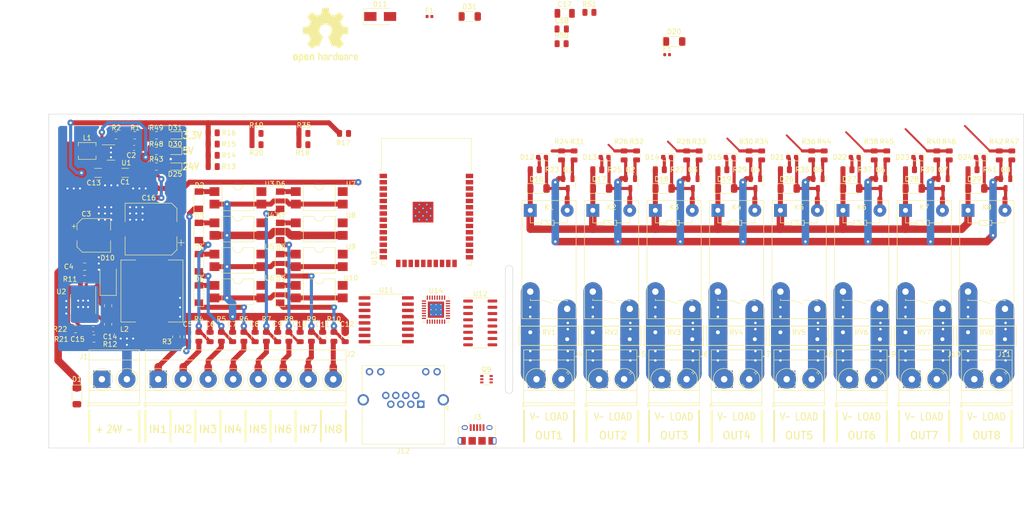
<source format=kicad_pcb>
(kicad_pcb (version 20211014) (generator pcbnew)
  (title_block (title "ESP 8 Relay Module"))
  (layers (0 "F.Cu" signal) (31 "B.Cu" signal) (34 "B.Paste" user) (35 "F.Paste" user) (36 "B.SilkS" user "B.Silkscreen") (37 "F.SilkS" user "F.Silkscreen") (38 "B.Mask" user) (39 "F.Mask" user) (44 "Edge.Cuts" user))
  (net 0 "")
  (net 1 "GNDREF")
  (net 2 "+24V")
  (net 3 "+5V")
  (net 4 "IN1")
  (net 5 "IN2")
  (net 6 "IN3")
  (net 7 "IN4")
  (net 8 "IN5")
  (net 9 "IN6")
  (net 10 "Net-(C11-Pad1)")
  (net 11 "Net-(C15-Pad1)")
  (net 12 "Net-(D2-Pad2)")
  (net 13 "Net-(J2-Pad2)")
  (net 14 "Net-(J2-Pad1)")
  (net 15 "OUT1")
  (net 16 "OUT2")
  (net 17 "OUT3")
  (net 18 "OUT4")
  (net 19 "OUT5")
  (net 20 "OUT6")
  (net 21 "Net-(D3-Pad2)")
  (net 22 "Net-(D4-Pad2)")
  (net 23 "Net-(D5-Pad2)")
  (net 24 "Net-(Q1-Pad1)")
  (net 25 "Net-(Q2-Pad1)")
  (net 26 "Net-(Q3-Pad1)")
  (net 27 "Net-(Q4-Pad1)")
  (net 28 "Net-(Q5-Pad1)")
  (net 29 "Net-(Q6-Pad1)")
  (net 30 "Net-(C2-Pad2)")
  (net 31 "Net-(C5-Pad1)")
  (net 32 "Net-(C6-Pad1)")
  (net 33 "Net-(C7-Pad1)")
  (net 34 "Net-(C8-Pad1)")
  (net 35 "Net-(C9-Pad1)")
  (net 36 "Net-(D7-Pad2)")
  (net 37 "Net-(D6-Pad2)")
  (net 38 "Net-(D8-Pad2)")
  (net 39 "Net-(D9-Pad2)")
  (net 40 "Net-(C12-Pad1)")
  (net 41 "Net-(C10-Pad1)")
  (net 42 "Net-(D12-Pad2)")
  (net 43 "Net-(D13-Pad2)")
  (net 44 "+3.3V")
  (net 45 "Net-(D15-Pad1)")
  (net 46 "Net-(D13-Pad1)")
  (net 47 "Net-(D15-Pad2)")
  (net 48 "Net-(C14-Pad2)")
  (net 49 "Net-(D14-Pad2)")
  (net 50 "Net-(F1-Pad1)")
  (net 51 "Net-(D24-Pad1)")
  (net 52 "Net-(J3-Pad1)")
  (net 53 "Net-(J4-Pad2)")
  (net 54 "Net-(J4-Pad1)")
  (net 55 "Net-(J5-Pad1)")
  (net 56 "Net-(J5-Pad2)")
  (net 57 "Net-(J6-Pad2)")
  (net 58 "Net-(J6-Pad1)")
  (net 59 "Net-(J7-Pad1)")
  (net 60 "Net-(J7-Pad2)")
  (net 61 "Net-(C14-Pad1)")
  (net 62 "Net-(C15-Pad2)")
  (net 63 "+VReg")
  (net 64 "Net-(D12-Pad1)")
  (net 65 "Net-(D23-Pad2)")
  (net 66 "Net-(D21-Pad1)")
  (net 67 "Net-(D14-Pad1)")
  (net 68 "Net-(D23-Pad1)")
  (net 69 "Net-(D25-Pad2)")
  (net 70 "Net-(D21-Pad2)")
  (net 71 "Net-(D22-Pad1)")
  (net 72 "Net-(D22-Pad2)")
  (net 73 "Net-(D24-Pad2)")
  (net 74 "D-")
  (net 75 "Net-(J2-Pad3)")
  (net 76 "Net-(J2-Pad4)")
  (net 77 "Net-(J2-Pad5)")
  (net 78 "Net-(J2-Pad6)")
  (net 79 "Net-(J2-Pad7)")
  (net 80 "Net-(J2-Pad8)")
  (net 81 "Net-(J8-Pad1)")
  (net 82 "Net-(J8-Pad2)")
  (net 83 "Net-(J9-Pad1)")
  (net 84 "Net-(J9-Pad2)")
  (net 85 "Net-(J10-Pad1)")
  (net 86 "Net-(J10-Pad2)")
  (net 87 "Net-(L1-Pad1)")
  (net 88 "Net-(Q7-Pad1)")
  (net 89 "Net-(Q8-Pad1)")
  (net 90 "D+")
  (net 91 "IN7")
  (net 92 "IN8")
  (net 94 "OUT7")
  (net 95 "Net-(R35-Pad2)")
  (net 96 "OUT8")
  (net 97 "Net-(J11-Pad1)")
  (net 98 "Net-(R11-Pad2)")
  (net 100 "Net-(D31-Pad1)")
  (net 101 "Net-(D31-Pad2)")
  (net 128 "Net-(D30-Pad2)")
  (net 146 "Net-(Q9-Pad1)")
  (net 147 "Net-(Q9-Pad2)")
  (net 168 "Net-(Q9-Pad3)")
  (net 177 "Net-(Q9-Pad6)")
  (net 178 "Net-(R12-Pad2)")
  (net 203 "Net-(J11-Pad2)")
  (net 208 "Net-(U12-Pad2)")
  (net 209 "Net-(U12-Pad3)")
  (footprint "Tales:TerminalBlock_Phoenix_MKDS-3-2-5.08_1x02_P5.08mm_Horizontal" (layer "F.Cu") (at 163.83 118.11)
    (fp_text reference "J4")
    (fp_text value "OUT1")
  )
  (footprint "Tales:Relay_SPST_Omron-G5PZ-1A" (layer "F.Cu") (at 162.56 83.82 -90)
    (fp_text reference "K1")
    (fp_text value "G5PZ-1A")
  )
  (footprint "Tales:RV_Disc_D12mm_W3.9mm_P7.5mm" (layer "F.Cu") (at 162.56 108.585)
    (fp_text reference "RV1")
    (fp_text value "250VAC")
  )
  (footprint "Tales:TerminalBlock_Phoenix_MKDS-3-2-5.08_1x02_P5.08mm_Horizontal" (layer "F.Cu") (at 214.63 118.11)
    (fp_text reference "J8")
    (fp_text value "OUT5")
  )
  (footprint "Tales:TerminalBlock_Phoenix_MKDS-3-2-5.08_1x02_P5.08mm_Horizontal" (layer "F.Cu") (at 176.53 118.11)
    (fp_text reference "J5")
    (fp_text value "OUT2")
  )
  (footprint "Tales:TerminalBlock_Phoenix_MKDS-3-2-5.08_1x02_P5.08mm_Horizontal" (layer "F.Cu") (at 227.33 118.11)
    (fp_text reference "J9")
    (fp_text value "OUT6")
  )
  (footprint "Tales:TerminalBlock_Phoenix_MKDS-3-2-5.08_1x02_P5.08mm_Horizontal" (layer "F.Cu") (at 189.23 118.11)
    (fp_text reference "J6")
    (fp_text value "OUT3")
  )
  (footprint "Tales:TerminalBlock_Phoenix_MKDS-3-2-5.08_1x02_P5.08mm_Horizontal" (layer "F.Cu") (at 240.03 118.11)
    (fp_text reference "J10")
    (fp_text value "OUT7")
  )
  (footprint "Tales:Relay_SPST_Omron-G5PZ-1A" (layer "F.Cu") (at 213.36 83.82 -90)
    (fp_text reference "K5")
    (fp_text value "G5PZ-1A")
  )
  (footprint "Tales:Relay_SPST_Omron-G5PZ-1A" (layer "F.Cu") (at 175.26 83.82 -90)
    (fp_text reference "K2")
    (fp_text value "G5PZ-1A")
  )
  (footprint "Tales:Relay_SPST_Omron-G5PZ-1A" (layer "F.Cu") (at 226.06 83.82 -90)
    (fp_text reference "K6")
    (fp_text value "G5PZ-1A")
  )
  (footprint "Tales:Relay_SPST_Omron-G5PZ-1A" (layer "F.Cu") (at 187.96 83.82 -90)
    (fp_text reference "K3")
    (fp_text value "G5PZ-1A")
  )
  (footprint "Tales:Relay_SPST_Omron-G5PZ-1A" (layer "F.Cu") (at 238.76 83.82 -90)
    (fp_text reference "K7")
    (fp_text value "G5PZ-1A")
  )
  (footprint "Tales:RV_Disc_D12mm_W3.9mm_P7.5mm" (layer "F.Cu") (at 213.36 108.585)
    (fp_text reference "RV5")
    (fp_text value "250VAC")
  )
  (footprint "Tales:RV_Disc_D12mm_W3.9mm_P7.5mm" (layer "F.Cu") (at 175.26 108.585)
    (fp_text reference "RV2")
    (fp_text value "250VAC")
  )
  (footprint "Tales:RV_Disc_D12mm_W3.9mm_P7.5mm" (layer "F.Cu") (at 226.06 108.585)
    (fp_text reference "RV6")
    (fp_text value "250VAC")
  )
  (footprint "Tales:RV_Disc_D12mm_W3.9mm_P7.5mm" (layer "F.Cu") (at 187.96 108.585)
    (fp_text reference "RV3")
    (fp_text value "250VAC")
  )
  (footprint "Tales:RV_Disc_D12mm_W3.9mm_P7.5mm" (layer "F.Cu") (at 238.76 108.585)
    (fp_text reference "RV7")
    (fp_text value "250VAC")
  )
  (footprint "Tales:D_SOD-123" (layer "F.Cu") (at 164.21 79.375)
    (fp_text reference "D16")
    (fp_text value "1N4148/SOD-123")
  )
  (footprint "Tales:LED_0603_1608Metric" (layer "F.Cu") (at 164.9475 73.025 180)
    (fp_text reference "D12")
    (fp_text value "BLUE/0603")
  )
  (footprint "Tales:LED_0603_1608Metric" (layer "F.Cu") (at 215.7475 73.025 180)
    (fp_text reference "D21")
    (fp_text value "BLUE/0603")
  )
  (footprint "Tales:D_SOD-123" (layer "F.Cu") (at 215.01 79.375)
    (fp_text reference "D26")
    (fp_text value "1N4148/SOD-123")
  )
  (footprint "Tales:LED_0603_1608Metric" (layer "F.Cu") (at 177.6475 73.025 180)
    (fp_text reference "D13")
    (fp_text value "BLUE/0603")
  )
  (footprint "Tales:D_SOD-123" (layer "F.Cu") (at 176.91 79.375)
    (fp_text reference "D17")
    (fp_text value "1N4148/SOD-123")
  )
  (footprint "Tales:LED_0603_1608Metric" (layer "F.Cu") (at 228.4475 73.025 180)
    (fp_text reference "D22")
    (fp_text value "BLUE/0603")
  )
  (footprint "Tales:D_SOD-123" (layer "F.Cu") (at 227.71 79.375)
    (fp_text reference "D27")
    (fp_text value "1N4148/SOD-123")
  )
  (footprint "Tales:LED_0603_1608Metric" (layer "F.Cu") (at 190.3475 73.025 180)
    (fp_text reference "D14")
    (fp_text value "BLUE/0603")
  )
  (footprint "Tales:D_SOD-123" (layer "F.Cu") (at 189.61 79.375)
    (fp_text reference "D18")
    (fp_text value "1N4148/SOD-123")
  )
  (footprint "Tales:LED_0603_1608Metric" (layer "F.Cu") (at 241.1475 73.025 180)
    (fp_text reference "D23")
    (fp_text value "BLUE/0603")
  )
  (footprint "Tales:D_SOD-123" (layer "F.Cu") (at 240.41 79.375)
    (fp_text reference "D28")
    (fp_text value "1N4148/SOD-123")
  )
  (footprint "Tales:R_0805_2012Metric" (layer "F.Cu") (at 214.2725 75.565)
    (fp_text reference "R35")
    (fp_text value "4k7/0,125W/0805")
  )
  (footprint "Tales:R_0805_2012Metric" (layer "F.Cu") (at 176.1725 75.565)
    (fp_text reference "R25")
    (fp_text value "4k7/0,125W/0805")
  )
  (footprint "Tales:R_0805_2012Metric" (layer "F.Cu") (at 226.9725 75.565)
    (fp_text reference "R37")
    (fp_text value "4k7/0,125W/0805")
  )
  (footprint "Tales:R_0805_2012Metric" (layer "F.Cu") (at 188.8725 75.565)
    (fp_text reference "R27")
    (fp_text value "4k7/0,125W/0805")
  )
  (footprint "Tales:R_0805_2012Metric" (layer "F.Cu") (at 239.6725 75.565)
    (fp_text reference "R39")
    (fp_text value "4k7/0,125W/0805")
  )
  (footprint "Tales:R_0805_2012Metric" (layer "F.Cu") (at 171.45 72.6675 90)
    (fp_text reference "R31")
    (fp_text value "1k/0,125W/0805")
  )
  (footprint "Tales:R_0805_2012Metric" (layer "F.Cu") (at 222.25 72.6675 90)
    (fp_text reference "R44")
    (fp_text value "1k/0,125W/0805")
  )
  (footprint "Tales:R_0805_2012Metric" (layer "F.Cu") (at 184.15 72.6675 90)
    (fp_text reference "R32")
    (fp_text value "1k/0,125W/0805")
  )
  (footprint "Tales:R_0805_2012Metric" (layer "F.Cu") (at 234.95 72.6675 90)
    (fp_text reference "R45")
    (fp_text value "1k/0,125W/0805")
  )
  (footprint "Tales:R_0805_2012Metric" (layer "F.Cu") (at 196.85 72.6675 90)
    (fp_text reference "R33")
    (fp_text value "1k/0,125W/0805")
  )
  (footprint "Tales:R_0805_2012Metric" (layer "F.Cu") (at 247.65 72.6675 90)
    (fp_text reference "R46")
    (fp_text value "1k/0,125W/0805")
  )
  (footprint "Tales:R_0805_2012Metric" (layer "F.Cu") (at 163.4725 75.565)
    (fp_text reference "R23")
    (fp_text value "4k7/0,125W/0805")
  )
  (footprint "Tales:SOT-23" (layer "F.Cu") (at 233.68 78.375 -90)
    (fp_text reference "Q6")
    (fp_text value "MMBT2222A/SOT-23-3")
  )
  (footprint "Tales:D_MiniMELF" (layer "F.Cu") (at 111.765 100.81 90)
    (fp_text reference "D9")
    (fp_text value "9V1/500mW")
  )
  (footprint "Tales:R_0805_2012Metric" (layer "F.Cu") (at 174.575 43.615)
    (fp_text reference "R51")
    (fp_text value "10k/0,125W/0805")
  )
  (footprint "Tales:RV_Disc_D12mm_W3.9mm_P7.5mm" (layer "F.Cu") (at 251.46 108.585)
    (fp_text reference "RV8")
    (fp_text value "250VAC")
  )
  (footprint "Tales:R_0805_2012Metric" (layer "F.Cu") (at 95.255 109.4975 -90)
    (fp_text reference "R4")
    (fp_text value "1k2/0,125W/0805")
  )
  (footprint "Tales:R_0805_2012Metric" (layer "F.Cu") (at 106.9625 70.485)
    (fp_text reference "R20")
    (fp_text value "3k3/0,125W/0805")
  )
  (footprint "Tales:D_MiniMELF" (layer "F.Cu") (at 95.255 81.76 90)
    (fp_text reference "D2")
    (fp_text value "9V1/500mW")
  )
  (footprint "Tales:C_0805_2012Metric" (layer "F.Cu") (at 111.257 109.535 90)
    (fp_text reference "C9")
    (fp_text value "33nF/50V/0805")
  )
  (footprint "Tales:C_0603_1608Metric" (layer "F.Cu") (at 82.1225 71.12 180)
    (fp_text reference "C2")
    (fp_text value "22pF/50V/0603")
  )
  (footprint "Tales:C_0603_1608Metric" (layer "F.Cu") (at 73.805 107.95 180)
    (fp_text reference "C15")
    (fp_text value "12pF/50V/0603")
  )
  (footprint "Tales:SOIC-8-1EP_3.9x4.9mm_P1.27mm_EP2.29x3mm_ThermalVias" (layer "F.Cu") (at 71.76 102.805 -90)
    (fp_text reference "U2")
    (fp_text value "TX4138")
  )
  (footprint "Tales:R_0805_2012Metric" (layer "F.Cu") (at 181.61 72.6675 -90)
    (fp_text reference "R26")
    (fp_text value "10k/0,125W/0805")
  )
  (footprint "Tales:LED_0603_1608Metric" (layer "F.Cu") (at 203.0475 73.025 180)
    (fp_text reference "D15")
    (fp_text value "BLUE/0603")
  )
  (footprint "Tales:R_0805_2012Metric" (layer "F.Cu") (at 106.9625 68.199)
    (fp_text reference "R19")
    (fp_text value "3k3/0,125W/0805")
  )
  (footprint "Tales:R_0805_2012Metric" (layer "F.Cu") (at 98.0725 74.93)
    (fp_text reference "R13")
    (fp_text value "3k3/0,125W/0805")
  )
  (footprint "Tales:R_0805_2012Metric" (layer "F.Cu") (at 73.9425 109.855 180)
    (fp_text reference "R21")
    (fp_text value "300k/0,125W/0805")
  )
  (footprint "Tales:D_MiniMELF" (layer "F.Cu") (at 95.255 88.11 90)
    (fp_text reference "D3")
    (fp_text value "9V1/500mW")
  )
  (footprint "Tales:R_0805_2012Metric" (layer "F.Cu") (at 118.115 109.4975 -90)
    (fp_text reference "R9")
    (fp_text value "1k2/0,125W/0805")
  )
  (footprint "Tales:D_MiniMELF" (layer "F.Cu") (at 111.765 94.46 90)
    (fp_text reference "D8")
    (fp_text value "9V1/500mW")
  )
  (footprint "Tales:R_0805_2012Metric" (layer "F.Cu") (at 78.45 68.58 180)
    (fp_text reference "R2")
    (fp_text value "22,1k/0,125W/0805")
  )
  (footprint "Tales:TerminalBlock_Phoenix_MKDS-3-2-5.08_1x02_P5.08mm_Horizontal" (layer "F.Cu") (at 75.565 118.11)
    (fp_text reference "J1")
    (fp_text value "+24VDC")
  )
  (footprint "Tales:C_0805_2012Metric" (layer "F.Cu") (at 102.113 109.535 90)
    (fp_text reference "C7")
    (fp_text value "33nF/50V/0805")
  )
  (footprint "Tales:Fuse_0402_1005Metric" (layer "F.Cu") (at 142.09 44.45)
    (fp_text reference "F1")
    (fp_text value "500mA")
  )
  (footprint "Tales:R_0805_2012Metric" (layer "F.Cu") (at 104.399 109.4975 -90)
    (fp_text reference "R6")
    (fp_text value "1k2/0,125W/0805")
  )
  (footprint "Package_TO_SOT_SMD:SOT-363_SC-70-6" (layer "F.Cu") (at 153.67 118.11)
    (fp_text reference "Q9")
    (fp_text value "UMH3N")
  )
  (footprint "Tales:R_0805_2012Metric" (layer "F.Cu") (at 219.71 72.6675 -90)
    (fp_text reference "R36")
    (fp_text value "10k/0,125W/0805")
  )
  (footprint "Tales:R_0805_2012Metric" (layer "F.Cu") (at 72.0375 97.79)
    (fp_text reference "R11")
    (fp_text value "30mR/0,250W/0805")
  )
  (footprint "Tales:D_SOD-123" (layer "F.Cu") (at 253.11 79.375)
    (fp_text reference "D29")
    (fp_text value "1N4148/SOD-123")
  )
  (footprint "Tales:LED_0603_1608Metric" (layer "F.Cu") (at 253.8475 73.025 180)
    (fp_text reference "D24")
    (fp_text value "BLUE/0603")
  )
  (footprint "Tales:D_SMA" (layer "F.Cu") (at 132.08 44.45)
    (fp_text reference "D11")
    (fp_text value "SS34")
  )
  (footprint "Tales:D_MiniMELF" (layer "F.Cu") (at 111.765 88.11 90)
    (fp_text reference "D7")
    (fp_text value "9V1/500mW")
  )
  (footprint "Package_DFN_QFN:QFN-32-1EP_5x5mm_P0.5mm_EP3.3x3.3mm_ThermalVias" (layer "F.Cu") (at 143.4075 103.985)
    (fp_text reference "U14")
    (fp_text value "LAN8710A")
  )
  (footprint "Tales:R_0805_2012Metric" (layer "F.Cu") (at 98.0725 72.644)
    (fp_text reference "R14")
    (fp_text value "3k3/0,125W/0805")
  )
  (footprint "Tales:R_0805_2012Metric" (layer "F.Cu") (at 209.55 72.6675 90)
    (fp_text reference "R34")
    (fp_text value "1k/0,125W/0805")
  )
  (footprint "Tales:R_0805_2012Metric" (layer "F.Cu") (at 168.91 72.6675 -90)
    (fp_text reference "R24")
    (fp_text value "10k/0,125W/0805")
  )
  (footprint "Tales:C_1206_3216Metric" (layer "F.Cu") (at 80.2825 76.2 180)
    (fp_text reference "C1")
    (fp_text value "10uF/16V/1206")
  )
  (footprint "Tales:LED_0603_1608Metric" (layer "F.Cu") (at 90.3275 71.755 180)
    (fp_text reference "D30")
    (fp_text value "GREEN/0603")
  )
  (footprint "Package_DIP:SMDIP-4_W9.53mm" (layer "F.Cu") (at 103.195 93.98)
    (fp_text reference "U5")
    (fp_text value "LTV-817S")
  )
  (footprint "Tales:R_0805_2012Metric" (layer "F.Cu") (at 207.01 72.6675 -90)
    (fp_text reference "R30")
    (fp_text value "10k/0,125W/0805")
  )
  (footprint "Connector_USB:USB_Micro-B_Amphenol_10118194_Horizontal" (layer "F.Cu") (at 151.765 129.3322)
    (fp_text reference "J3")
    (fp_text value "USB_B_Micro")
  )
  (footprint "Tales:TerminalBlock_Phoenix_MKDS-3-8-5.08_1x08_P5.08mm_Horizontal" (layer "F.Cu") (at 87 118.11)
    (fp_text reference "J2")
    (fp_text value "INPUTS")
  )
  (footprint "Tales:R_0805_2012Metric" (layer "F.Cu") (at 76.84 106.9575 -90)
    (fp_text reference "R12")
    (fp_text value "5R1/0,125W/0805")
  )
  (footprint "Tales:D_SOD-123" (layer "F.Cu") (at 191.77 49.53)
    (fp_text reference "D20")
    (fp_text value "B5819W")
  )
  (footprint "Tales:R_0805_2012Metric" (layer "F.Cu") (at 86.6425 68.58)
    (fp_text reference "R49")
    (fp_text value "330R/0,125W/0805")
  )
  (footprint "Tales:R_0805_2012Metric" (layer "F.Cu") (at 98.0725 70.358)
    (fp_text reference "R15")
    (fp_text value "3k3/0,125W/0805")
  )
  (footprint "Tales:C_0805_2012Metric" (layer "F.Cu") (at 168.945 46.995)
    (fp_text reference "C18")
    (fp_text value "0,1uF/50V/0805")
  )
  (footprint "Package_DIP:SMDIP-4_W9.53mm" (layer "F.Cu") (at 103.195 87.63)
    (fp_text reference "U4")
    (fp_text value "LTV-817S")
  )
  (footprint "Tales:R_0805_2012Metric" (layer "F.Cu") (at 86.6425 74.93)
    (fp_text reference "R43")
    (fp_text value "5k6/0,125W/0805")
  )
  (footprint "Tales:R_0805_2012Metric" (layer "F.Cu") (at 168.925 49.975)
    (fp_text reference "R50")
    (fp_text value "10k/0,125W/0805")
  )
  (footprint "Package_SO:SOIC-16_3.9x9.9mm_P1.27mm" (layer "F.Cu") (at 152.4 106.68)
    (fp_text reference "U12")
    (fp_text value "CH340C")
  )
  (footprint "Package_DIP:SMDIP-4_W9.53mm" (layer "F.Cu") (at 119.705 100.33)
    (fp_text reference "U10")
    (fp_text value "LTV-817S")
  )
  (footprint "Tales:TerminalBlock_Phoenix_MKDS-3-2-5.08_1x02_P5.08mm_Horizontal" (layer "F.Cu") (at 252.73 118.11)
    (fp_text reference "J11")
    (fp_text value "OUT8")
  )
  (footprint "Tales:Relay_SPST_Omron-G5PZ-1A" (layer "F.Cu") (at 200.66 83.82 -90)
    (fp_text reference "K4")
    (fp_text value "G5PZ-1A")
  )
  (footprint "Tales:SOT-23" (layer "F.Cu") (at 195.58 78.375 -90)
    (fp_text reference "Q3")
    (fp_text value "MMBT2222A/SOT-23-3")
  )
  (footprint "Tales:R_0805_2012Metric" (layer "F.Cu") (at 245.115 72.6675 -90)
    (fp_text reference "R40")
    (fp_text value "10k/0,125W/0805")
  )
  (footprint "Tales:Relay_SPST_Omron-G5PZ-1A" (layer "F.Cu") (at 251.46 83.82 -90)
    (fp_text reference "K8")
    (fp_text value "G5PZ-1A")
  )
  (footprint "Tales:R_0805_2012Metric" (layer "F.Cu") (at 232.41 72.6675 -90)
    (fp_text reference "R38")
    (fp_text value "10k/0,125W/0805")
  )
  (footprint "Tales:SOT-23" (layer "F.Cu") (at 182.88 78.375 -90)
    (fp_text reference "Q2")
    (fp_text value "MMBT2222A/SOT-23-3")
  )
  (footprint "Tales:SOT-23" (layer "F.Cu") (at 246.38 78.375 -90)
    (fp_text reference "Q7")
    (fp_text value "MMBT2222A/SOT-23-3")
  )
  (footprint "Tales:D_SMA" (layer "F.Cu") (at 76.84 97.695 90)
    (fp_text reference "D10")
    (fp_text value "SS510")
  )
  (footprint "Tales:LED_0603_1608Metric" (layer "F.Cu") (at 90.3275 74.93 180)
    (fp_text reference "D25")
    (fp_text value "GREEN/0603")
  )
  (footprint "Tales:D_SOD-123" (layer "F.Cu") (at 202.31 79.375)
    (fp_text reference "D19")
    (fp_text value "1N4148/SOD-123")
  )
  (footprint "Tales:R_0805_2012Metric" (layer "F.Cu") (at 82.26 68.58 180)
    (fp_text reference "R1")
    (fp_text value "100k/0,125W/0805")
  )
  (footprint "Tales:C_1206_3216Metric" (layer "F.Cu") (at 74.7925 76.2)
    (fp_text reference "C13")
    (fp_text value "10uF/16V/1206")
  )
  (footprint "Tales:CP_Elec_10x10" (layer "F.Cu") (at 85.54 87.63 180)
    (fp_text reference "C16")
    (fp_text value "470uF/16V/10x10")
  )
  (footprint "Tales:R_0805_2012Metric" (layer "F.Cu") (at 194.31 72.6675 -90)
    (fp_text reference "R28")
    (fp_text value "10k/0,125W/0805")
  )
  (footprint "Tales:R_0805_2012Metric" (layer "F.Cu") (at 122.687 109.4975 -90)
    (fp_text reference "R10")
    (fp_text value "1k2/0,125W/0805")
  )
  (footprint "Tales:C_0805_2012Metric" (layer "F.Cu") (at 92.969 109.535 90)
    (fp_text reference "C5")
    (fp_text value "33nF/50V/0805")
  )
  (footprint "Tales:TerminalBlock_Phoenix_MKDS-3-2-5.08_1x02_P5.08mm_Horizontal" (layer "F.Cu") (at 201.93 118.11)
    (fp_text reference "J7")
    (fp_text value "OUT4")
  )
  (footprint "Package_DIP:SMDIP-4_W9.53mm" (layer "F.Cu") (at 119.705 87.63)
    (fp_text reference "U8")
    (fp_text value "LTV-817S")
  )
  (footprint "Tales:R_0805_2012Metric" (layer "F.Cu") (at 252.3725 75.565)
    (fp_text reference "R41")
    (fp_text value "4k7/0,125W/0805")
  )
  (footprint "Tales:TSOT-23-5" (layer "F.Cu") (at 77.405 72.07)
    (fp_text reference "U1")
    (fp_text value "SY8089A1AAC")
  )
  (footprint "Tales:SOT-23" (layer "F.Cu") (at 170.18 78.375 -90)
    (fp_text reference "Q1")
    (fp_text value "MMBT2222A/SOT-23-3")
  )
  (footprint "Connector_RJ:RJ45_Amphenol_RJHSE538X" (layer "F.Cu") (at 140.335 123.19 180)
    (fp_text reference "J12")
    (fp_text value "RJ45_LED")
  )
  (footprint "Tales:SO-16_7.5x10.3mm_P1.27mm" (layer "F.Cu") (at 133.305 106.045)
    (fp_text reference "U11")
    (fp_text value "PCF8574")
  )
  (footprint "Tales:D_SOD-123" (layer "F.Cu") (at 70.49 121.54 -90)
    (fp_text reference "D1")
    (fp_text value "SM4007PL/SOD-123")
  )
  (footprint "Package_DIP:SMDIP-4_W9.53mm" (layer "F.Cu") (at 119.705 93.98)
    (fp_text reference "U9")
    (fp_text value "LTV-817S")
  )
  (footprint "Tales:RV_Disc_D12mm_W3.9mm_P7.5mm" (layer "F.Cu") (at 200.66 108.585)
    (fp_text reference "RV4")
    (fp_text value "250VAC")
  )
  (footprint "Tales:R_0805_2012Metric" (layer "F.Cu") (at 99.827 109.4975 -90)
    (fp_text reference "R5")
    (fp_text value "1k2/0,125W/0805")
  )
  (footprint "Tales:R_0805_2012Metric" (layer "F.Cu") (at 124.7425 68.199)
    (fp_text reference "R17")
    (fp_text value "3k3/0,125W/0805")
  )
  (footprint "Tales:SOT-23" (layer "F.Cu") (at 220.98 78.375 -90)
    (fp_text reference "Q5")
    (fp_text value "MMBT2222A/SOT-23-3")
  )
  (footprint "Package_DIP:SMDIP-4_W9.53mm" (layer "F.Cu") (at 103.195 81.28)
    (fp_text reference "U3")
    (fp_text value "LTV-817S")
  )
  (footprint "Tales:R_0805_2012Metric" (layer "F.Cu") (at 201.5725 75.565)
    (fp_text reference "R29")
    (fp_text value "4k7/0,125W/0805")
  )
  (footprint "Tales:C_0805_2012Metric" (layer "F.Cu") (at 76.84 103.19 90)
    (fp_text reference "C14")
    (fp_text value "0,1uF/50V/0805")
  )
  (footprint "Tales:C_0805_2012Metric" (layer "F.Cu") (at 97.541 109.535 90)
    (fp_text reference "C6")
    (fp_text value "33nF/50V/0805")
  )
  (footprint "Tales:C_0805_2012Metric" (layer "F.Cu") (at 106.685 109.535 90)
    (fp_text reference "C8")
    (fp_text value "33nF/50V/0805")
  )
  (footprint "RF_Module:ESP32-WROOM-32" (layer "F.Cu") (at 141.465 85.085)
    (fp_text reference "U13")
    (fp_text value "ESP32-WROOM-32")
  )
  (footprint "Tales:C_0805_2012Metric" (layer "F.Cu") (at 124.973 109.535 90)
    (fp_text reference "C12")
    (fp_text value "33nF/50V/0805")
  )
  (footprint "Tales:C_0805_2012Metric" (layer "F.Cu") (at 72.075 95.25)
    (fp_text reference "C4")
    (fp_text value "0,1uF/50V/0805")
  )
  (footprint "Tales:LED_0603_1608Metric" (layer "F.Cu") (at 90.3275 68.58 180)
    (fp_text reference "D31")
    (fp_text value "GREEN/0603")
  )
  (footprint "Tales:R_0805_2012Metric" (layer "F.Cu") (at 116.4875 68.199)
    (fp_text reference "R35")
    (fp_text value "4k7/0,125W/0805")
  )
  (footprint "Tales:D_MiniMELF" (layer "F.Cu") (at 95.255 94.46 90)
    (fp_text reference "D4")
    (fp_text value "9V1/500mW")
  )
  (footprint "Tales:R_0805_2012Metric" (layer "F.Cu") (at 116.4875 70.485)
    (fp_text reference "R18")
    (fp_text value "3k3/0,125W/0805")
  )
  (footprint "Tales:C_1206_3216Metric" (layer "F.Cu") (at 169.545 43.815)
    (fp_text reference "C17")
    (fp_text value "10uF/16V/1206")
  )
  (footprint "Tales:R_0805_2012Metric" (layer "F.Cu") (at 113.543 109.4975 -90)
    (fp_text reference "R8")
    (fp_text value "1k2/0,125W/0805")
  )
  (footprint "Package_DIP:SMDIP-4_W9.53mm" (layer "F.Cu") (at 103.195 100.33)
    (fp_text reference "U6")
    (fp_text value "LTV-817S")
  )
  (footprint "Tales:C_0805_2012Metric" (layer "F.Cu") (at 115.829 109.535 90)
    (fp_text reference "C10")
    (fp_text value "33nF/50V/0805")
  )
  (footprint "Tales:Fuse_0402_1005Metric" (layer "F.Cu") (at 190.35 52.2)
    (fp_text reference "F1")
    (fp_text value "500mA")
  )
  (footprint "Tales:R_0805_2012Metric" (layer "F.Cu") (at 98.0725 68.072)
    (fp_text reference "R16")
    (fp_text value "3k3/0,125W/0805")
  )
  (footprint "Tales:R_0805_2012Metric" (layer "F.Cu") (at 86.6425 71.755)
    (fp_text reference "R48")
    (fp_text value "820R/0,125W/0805")
  )
  (footprint "Tales:SOT-23" (layer "F.Cu") (at 259.08 78.375 -90)
    (fp_text reference "Q8")
    (fp_text value "MMBT2222A/SOT-23-3")
  )
  (footprint "Tales:R_0805_2012Metric" (layer "F.Cu") (at 260.35 72.6675 90)
    (fp_text reference "R47")
    (fp_text value "1k/0,125W/0805")
  )
  (footprint "Tales:CP_Elec_6.3x5.4" (layer "F.Cu") (at 73.925 88.9)
    (fp_text reference "C3")
    (fp_text value "47uF/35V/6,3x5,4")
  )
  (footprint "Package_DIP:SMDIP-4_W9.53mm" (layer "F.Cu") (at 119.705 81.28)
    (fp_text reference "U7")
    (fp_text value "LTV-817S")
  )
  (footprint "Tales:R_0805_2012Metric" (layer "F.Cu") (at 108.971 109.4975 -90)
    (fp_text reference "R7")
    (fp_text value "1k2/0,125W/0805")
  )
  (footprint "Tales:R_0805_2012Metric" (layer "F.Cu") (at 90.683 109.4975 -90)
    (fp_text reference "R3")
    (fp_text value "1k2/0,125W/0805")
  )
  (footprint "Tales:D_MiniMELF" (layer "F.Cu") (at 111.765 81.76 90)
    (fp_text reference "D6")
    (fp_text value "9V1/500mW")
  )
  (footprint "Tales:D_SOD-123" (layer "F.Cu") (at 150.24 44.45)
    (fp_text reference "D31")
    (fp_text value "B5819W")
  )
  (footprint "Tales:R_0805_2012Metric" (layer "F.Cu") (at 257.81 72.6675 -90)
    (fp_text reference "R42")
    (fp_text value "10k/0,125W/0805")
  )
  (footprint "Tales:R_0805_2012Metric" (layer "F.Cu") (at 70.2125 107.95 180)
    (fp_text reference "R22")
    (fp_text value "52,3k/0,125W/0805")
  )
  (footprint "Tales:C_0805_2012Metric" (layer "F.Cu") (at 120.401 109.535 90)
    (fp_text reference "C11")
    (fp_text value "33nF/50V/0805")
  )
  (footprint "Symbol:OSHW-Logo2_14.6x12mm_SilkScreen" (layer "F.Cu") (at 120.988965 48.227126)
    (fp_text reference "LOGO1" hide)
    (fp_text value "Logo_Open_Hardware_Large" hide)
  )
  (footprint "Tales:L_3x3_H1.5" (layer "F.Cu") (at 72.5775 71.755 180)
    (fp_text reference "L1")
    (fp_text value "2,2uH 1,5A")
  )
  (footprint "Tales:D_MiniMELF" (layer "F.Cu") (at 95.255 100.81 90)
    (fp_text reference "D5")
    (fp_text value "9V1/500mW")
  )
  (footprint "Tales:L_12x12mm_H6mm" (layer "F.Cu") (at 85.73 100.2 90)
    (fp_text reference "L2")
    (fp_text value "33uH 2,1A")
  )
  (footprint "Tales:SOT-23" (layer "F.Cu") (at 208.28 78.375 -90)
    (fp_text reference "Q4")
    (fp_text value "MMBT2222A/SOT-23-3")
  )
  (gr_line (start 83.19 124.46) (end 83.19 130.81) (layer "F.SilkS") (width 0.35))
  (gr_line (start 250.14 124.46) (end 250.14 130.81) (layer "F.SilkS") (width 0.35))
  (gr_line (start 196.85 124.46) (end 196.85 130.81) (layer "F.SilkS") (width 0.35))
  (gr_line (start 171.45 124.46) (end 171.45 130.81) (layer "F.SilkS") (width 0.35))
  (gr_line (start 84.41 124.46) (end 84.41 130.81) (layer "F.SilkS") (width 0.35))
  (gr_line (start 222.25 124.46) (end 222.25 130.81) (layer "F.SilkS") (width 0.35))
  (gr_line (start 234.95 124.46) (end 234.95 130.81) (layer "F.SilkS") (width 0.35))
  (gr_line (start 89.49 124.46) (end 89.49 130.81) (layer "F.SilkS") (width 0.35))
  (gr_line (start 209.55 124.46) (end 209.55 130.81) (layer "F.SilkS") (width 0.35))
  (gr_line (start 94.57 124.46) (end 94.57 130.81) (layer "F.SilkS") (width 0.35))
  (gr_line (start 184.51 124.46) (end 184.51 130.81) (layer "F.SilkS") (width 0.35))
  (gr_line (start 99.65 124.46) (end 99.65 130.81) (layer "F.SilkS") (width 0.35))
  (gr_line (start 173.99 124.46) (end 173.99 130.81) (layer "F.SilkS") (width 0.35))
  (gr_line (start 114.89 124.46) (end 114.89 130.81) (layer "F.SilkS") (width 0.35))
  (gr_line (start 125.1 124.46) (end 125.1 130.81) (layer "F.SilkS") (width 0.35))
  (gr_line (start 104.73 124.46) (end 104.73 130.81) (layer "F.SilkS") (width 0.35))
  (gr_line (start 260.3 124.46) (end 260.3 130.81) (layer "F.SilkS") (width 0.35))
  (gr_line (start 199.39 124.46) (end 199.39 130.81) (layer "F.SilkS") (width 0.35))
  (gr_line (start 73.03 124.46) (end 73.03 130.81) (layer "F.SilkS") (width 0.35))
  (gr_line (start 120.02 124.46) (end 120.02 130.81) (layer "F.SilkS") (width 0.35))
  (gr_line (start 186.69 124.46) (end 186.69 130.81) (layer "F.SilkS") (width 0.35))
  (gr_line (start 212.09 124.46) (end 212.09 130.81) (layer "F.SilkS") (width 0.35))
  (gr_line (start 109.81 124.46) (end 109.81 130.81) (layer "F.SilkS") (width 0.35))
  (gr_line (start 247.65 124.46) (end 247.65 130.81) (layer "F.SilkS") (width 0.35))
  (gr_line (start 161.29 124.46) (end 161.29 130.81) (layer "F.SilkS") (width 0.35))
  (gr_line (start 224.79 124.46) (end 224.79 130.81) (layer "F.SilkS") (width 0.35))
  (gr_line (start 237.49 124.46) (end 237.49 130.81) (layer "F.SilkS") (width 0.35))
  (gr_arc (start 157.5 95.75) (mid 158.25 95) (end 159 95.75) (layer "Edge.Cuts") (width 0.1))
  (gr_rect (start 64.77 64.28) (end 262.77 132.08) (layer "Edge.Cuts") (width 0.1) (fill none))
  (gr_line (start 159 120.25) (end 159 95.75) (layer "Edge.Cuts") (width 0.1))
  (gr_line (start 157.5 95.75) (end 157.5 120.25) (layer "Edge.Cuts") (width 0.1))
  (gr_arc (start 159 120.25) (mid 158.25 121) (end 157.5 120.25) (layer "Edge.Cuts") (width 0.1))
  (gr_text "OUT2" (at 179.37 129.54) (layer "F.SilkS") (effects (font (size 1.5 1.5) (thickness 0.25))))
  (gr_text "OUT1" (at 166.37 129.54) (layer "F.SilkS") (effects (font (size 1.5 1.5) (thickness 0.25))))
  (gr_text "OUT3" (at 191.77 129.54) (layer "F.SilkS") (effects (font (size 1.5 1.5) (thickness 0.25))))
  (gr_text "24V" (at 91.8125 74.93) (layer "F.SilkS") (effects (font (size 1.4 1.2) (thickness 0.25)) (justify left)))
  (gr_text "OUT5" (at 217.17 129.54) (layer "F.SilkS") (effects (font (size 1.5 1.5) (thickness 0.25))))
  (gr_text "OUT4" (at 204.47 129.54) (layer "F.SilkS") (effects (font (size 1.5 1.5) (thickness 0.25))))
  (gr_text "OUT6" (at 229.87 129.54) (layer "F.SilkS") (effects (font (size 1.5 1.5) (thickness 0.25))))
  (gr_text "3,3V" (at 91.8125 68.58) (layer "F.SilkS") (effects (font (size 1.4 1.2) (thickness 0.25)) (justify left)))
  (gr_text "+ 24V -" (at 78.11 128.27) (layer "F.SilkS") (effects (font (size 1.5 1.1) (thickness 0.25))))
  (gr_text "V~ LOAD" (at 229.87 125.73) (layer "F.SilkS") (effects (font (size 1.5 1.3) (thickness 0.2))))
  (gr_text "IN5" (at 107.27 128.27) (layer "F.SilkS") (effects (font (size 1.5 1.5) (thickness 0.25))))
  (gr_text "V~ LOAD" (at 242.57 125.73) (layer "F.SilkS") (effects (font (size 1.5 1.3) (thickness 0.2))))
  (gr_text "IN8" (at 122.56 128.27) (layer "F.SilkS") (effects (font (size 1.5 1.5) (thickness 0.25))))
  (gr_text "OUT8" (at 255.22 129.54) (layer "F.SilkS") (effects (font (size 1.5 1.5) (thickness 0.25))))
  (gr_text "V~ LOAD" (at 217.17 125.73) (layer "F.SilkS") (effects (font (size 1.5 1.3) (thickness 0.2))))
  (gr_text "IN4" (at 102.19 128.27) (layer "F.SilkS") (effects (font (size 1.5 1.5) (thickness 0.25))))
  (gr_text "V~ LOAD" (at 255.22 125.73) (layer "F.SilkS") (effects (font (size 1.5 1.3) (thickness 0.2))))
  (gr_text "OUT7" (at 242.57 129.54) (layer "F.SilkS") (effects (font (size 1.5 1.5) (thickness 0.25))))
  (gr_text "V~ LOAD" (at 179.37 125.73) (layer "F.SilkS") (effects (font (size 1.5 1.3) (thickness 0.2))))
  (gr_text "IN6" (at 112.35 128.27) (layer "F.SilkS") (effects (font (size 1.5 1.5) (thickness 0.25))))
  (gr_text "IN7" (at 117.48 128.27) (layer "F.SilkS") (effects (font (size 1.5 1.5) (thickness 0.25))))
  (gr_text "IN3" (at 97.11 128.27) (layer "F.SilkS") (effects (font (size 1.5 1.5) (thickness 0.25))))
  (gr_text "5V" (at 91.8125 71.755) (layer "F.SilkS") (effects (font (size 1.4 1.2) (thickness 0.25)) (justify left)))
  (gr_text "V~ LOAD" (at 204.47 125.73) (layer "F.SilkS") (effects (font (size 1.5 1.3) (thickness 0.2))))
  (gr_text "V~ LOAD" (at 166.37 125.73) (layer "F.SilkS") (effects (font (size 1.5 1.3) (thickness 0.2))))
  (gr_text "IN2" (at 92.03 128.27) (layer "F.SilkS") (effects (font (size 1.5 1.5) (thickness 0.25))))
  (gr_text "V~ LOAD" (at 191.77 125.73) (layer "F.SilkS") (effects (font (size 1.5 1.3) (thickness 0.2))))
  (gr_text "IN1" (at 86.95 128.27) (layer "F.SilkS") (effects (font (size 1.5 1.5) (thickness 0.25))))
  (segment (start 123.957 105.41) (end 106.685 105.41) (width 1.524) (layer "F.Cu") (net 1))
  (segment (start 218.44 90.17) (end 231.14 90.17) (width 1.524) (layer "F.Cu") (net 1))
  (segment (start 113.03 100.965) (end 113.665 101.6) (width 1.016) (layer "F.Cu") (net 1))
  (segment (start 219.17 77.375) (end 218.44 78.105) (width 1.016) (layer "F.Cu") (net 1))
  (segment (start 207.33 77.375) (end 206.47 77.375) (width 1.016) (layer "F.Cu") (net 1))
  (segment (start 113.665 101.6) (end 114.935 101.6) (width 1.016) (layer "F.Cu") (net 1))
  (segment (start 80.65 109.855) (end 81.92 109.855) (width 1.905) (layer "F.Cu") (net 1))
  (segment (start 258.13 77.375) (end 258.13 73.9) (width 0.635) (layer "F.Cu") (net 1))
  (segment (start 205.74 90.17) (end 218.44 90.17) (width 1.524) (layer "F.Cu") (net 1))
  (segment (start 91.115 71.755) (end 91.115 74.93) (width 0.635) (layer "F.Cu") (net 1))
  (segment (start 107.955 95.25) (end 109.855 95.25) (width 1.016) (layer "F.Cu") (net 1))
  (segment (start 245.43 77.375) (end 245.43 73.895) (width 0.635) (layer "F.Cu") (net 1))
  (segment (start 107.96 88.9) (end 109.733 88.9) (width 1.524) (layer "F.Cu") (net 1))
  (segment (start 255.27 90.17) (end 256.54 88.9) (width 1.524) (layer "F.Cu") (net 1))
  (segment (start 193.77 77.375) (end 193.04 78.105) (width 1.016) (layer "F.Cu") (net 1))
  (segment (start 181.07 77.375) (end 180.34 78.105) (width 1.016) (layer "F.Cu") (net 1))
  (segment (start 245.43 77.375) (end 244.57 77.375) (width 1.016) (layer "F.Cu") (net 1))
  (segment (start 111.257 108.585) (end 111.257 105.41) (width 1.016) (layer "F.Cu") (net 1))
  (segment (start 124.973 108.585) (end 124.973 106.426) (width 1.524) (layer "F.Cu") (net 1))
  (segment (start 97.541 108.585) (end 97.541 105.41) (width 1.016) (layer "F.Cu") (net 1))
  (segment (start 258.13 77.375) (end 257.27 77.375) (width 1.016) (layer "F.Cu") (net 1))
  (segment (start 113.035 81.915) (end 113.67 82.55) (width 1.016) (layer "F.Cu") (net 1))
  (segment (start 102.113 108.585) (end 102.113 105.41) (width 1.016) (layer "F.Cu") (net 1))
  (segment (start 107.96 82.55) (end 109.86 82.55) (width 1.016) (layer "F.Cu") (net 1))
  (segment (start 113.162 88.138) (end 113.924 88.9) (width 1.524) (layer "F.Cu") (net 1))
  (segment (start 194.63 77.375) (end 194.63 73.9) (width 0.635) (layer "F.Cu") (net 1))
  (segment (start 207.33 77.375) (end 207.33 73.9) (width 0.635) (layer "F.Cu") (net 1))
  (segment (start 181.93 77.375) (end 181.93 73.9) (width 0.635) (layer "F.Cu") (net 1))
  (segment (start 89.54 73.406) (end 91.1148 73.406) (width 0.635) (layer "F.Cu") (net 1))
  (segment (start 77.4105 71.12) (end 77.4105 68.707) (width 0.635) (layer "F.Cu") (net 1))
  (segment (start 115.829 108.585) (end 115.829 105.41) (width 1.016) (layer "F.Cu") (net 1))
  (segment (start 98.43 95.25) (end 100.97 95.25) (width 1.016) (layer "F.Cu") (net 1))
  (segment (start 91.445 101.6) (end 91.445 105.41) (width 1.524) (layer "F.Cu") (net 1))
  (segment (start 110.495 88.138) (end 113.162 88.138) (width 1.524) (layer "F.Cu") (net 1))
  (segment (start 113.924 88.9) (end 114.94 88.9) (width 1.524) (layer "F.Cu") (net 1))
  (segment (start 110.49 100.965) (end 113.03 100.965) (width 1.016) (layer "F.Cu") (net 1))
  (segment (start 76.205 72.07) (end 77.405 72.07) (width 0.635) (layer "F.Cu") (net 1))
  (segment (start 113.665 95.25) (end 114.935 95.25) (width 1.016) (layer "F.Cu") (net 1))
  (segment (start 100.97 88.9) (end 107.96 88.9) (width 1.524) (layer "F.Cu") (net 1))
  (segment (start 68.331 106.981) (end 69.3 107.95) (width 0.635) (layer "F.Cu") (net 1))
  (segment (start 106.685 108.585) (end 106.685 105.41) (width 1.016) (layer "F.Cu") (net 1))
  (segment (start 113.67 82.55) (end 114.94 82.55) (width 1.016) (layer "F.Cu") (net 1))
  (segment (start 92.969 105.41) (end 91.445 105.41) (width 1.524) (layer "F.Cu") (net 1))
  (segment (start 78.8075 76.2) (end 76.2675 76.2) (width 0.635) (layer "F.Cu") (net 1))
  (segment (start 120.401 108.585) (end 120.401 105.41) (width 1.016) (layer "F.Cu") (net 1))
  (segment (start 80.65 109.855) (end 79.38 109.855) (width 1.905) (layer "F.Cu") (net 1))
  (segment (start 100.97 95.25) (end 107.96 95.25) (width 1.016) (layer "F.Cu") (net 1))
  (segment (start 100.97 101.6) (end 107.96 101.6) (width 1.016) (layer "F.Cu") (net 1))
  (segment (start 167.64 90.17) (end 180.34 90.17) (width 1.524) (layer "F.Cu") (net 1))
  (segment (start 80.65 109.855) (end 80.65 118.11) (width 1.905) (layer "F.Cu") (net 1))
  (segment (start 69.22 100.33) (end 68.331 101.219) (width 0.635) (layer "F.Cu") (net 1))
  (segment (start 257.27 77.375) (end 256.54 78.105) (width 1.016) (layer "F.Cu") (net 1))
  (segment (start 77.995 87.63) (end 81.54 87.63) (width 0.635) (layer "F.Cu") (net 1))
  (segment (start 114.94 88.9) (end 124.47 88.9) (width 1.524) (layer "F.Cu") (net 1))
  (segment (start 232.73 77.375) (end 232.73 73.9) (width 0.635) (layer "F.Cu") (net 1))
  (segment (start 194.63 77.375) (end 193.77 77.375) (width 1.016) (layer "F.Cu") (net 1))
  (segment (start 231.14 90.17) (end 243.84 90.17) (width 1.524) (layer "F.Cu") (net 1))
  (segment (start 77.4105 68.707) (end 77.5375 68.58) (width 0.635) (layer "F.Cu") (net 1))
  (segment (start 69.855 100.33) (end 69.22 100.33) (width 0.635) (layer "F.Cu") (net 1))
  (segment (start 109.855 95.25) (end 110.49 94.615) (width 1.016) (layer "F.Cu") (net 1))
  (segment (start 107.955 101.6) (end 109.855 101.6) (width 1.016) (layer "F.Cu") (net 1))
  (segment (start 180.34 90.17) (end 193.04 90.17) (width 1.524) (layer "F.Cu") (net 1))
  (segment (start 76.725 88.9) (end 77.995 87.63) (width 0.635) (layer "F.Cu") (net 1))
  (segment (start 98.43 82.55) (end 100.97 82.55) (width 1.016) (layer "F.Cu") (net 1))
  (segment (start 114.94 82.55) (end 124.47 82.55) (width 1.016) (layer "F.Cu") (net 1))
  (segment (start 76.205 76.2625) (end 76.2675 76.2) (width 0.635) (layer "F.Cu") (net 1))
  (segment (start 98.43 101.6) (end 100.97 101.6) (width 1.016) (layer "F.Cu") (net 1))
  (segment (start 168.37 77.375) (end 167.64 78.105) (width 1.016) (layer "F.Cu") (net 1))
  (segment (start 113.03 94.615) (end 113.665 95.25) (width 1.016) (layer "F.Cu") (net 1))
  (segment (start 110.495 81.915) (end 113.035 81.915) (width 1.016) (layer "F.Cu") (net 1))
  (segment (start 92.969 105.41) (end 92.969 108.585) (width 1.016) (layer "F.Cu") (net 1))
  (segment (start 98.43 88.9) (end 100.97 88.9) (width 1.524) (layer "F.Cu") (net 1))
  (segment (start 220.03 77.375) (end 220.03 73.9) (width 0.635) (layer "F.Cu") (net 1))
  (segment (start 232.73 77.375) (end 231.87 77.375) (width 1.016) (layer "F.Cu") (net 1))
  (segment (start 100.97 82.55) (end 107.96 82.55) (width 1.016) (layer "F.Cu") (net 1))
  (segment (start 181.93 77.375) (end 181.07 77.375) (width 1.016) (layer "F.Cu") (net 1))
  (segment (start 76.205 78.74) (end 76.205 76.2625) (width 0.635) (layer "F.Cu") (net 1))
  (segment (start 244.57 77.375) (end 243.84 78.105) (width 1.016) (layer "F.Cu") (net 1))
  (segment (start 193.04 90.17) (end 205.74 90.17) (width 1.524) (layer "F.Cu") (net 1))
  (segment (start 124.973 106.426) (end 123.957 105.41) (width 1.524) (layer "F.Cu") (net 1))
  (segment (start 169.23 77.375) (end 168.37 77.375) (width 1.016) (layer "F.Cu") (net 1))
  (segment (start 102.113 105.41) (end 92.969 105.41) (width 1.524) (layer "F.Cu") (net 1))
  (segment (start 109.86 82.55) (end 110.495 81.915) (width 1.016) (layer "F.Cu") (net 1))
  (segment (start 206.47 77.375) (end 205.74 78.105) (width 1.016) (layer "F.Cu") (net 1))
  (segment (start 110.49 94.615) (end 113.03 94.615) (width 1.016) (layer "F.Cu") (net 1))
  (segment (start 231.87 77.375) (end 231.14 78.105) (width 1.016) (layer "F.Cu") (net 1))
  (segment (start 109.855 101.6) (end 110.49 100.965) (width 1.016) (layer "F.Cu") (net 1))
  (segment (start 114.94 95.25) (end 124.47 95.25) (width 1.016) (layer "F.Cu") (net 1))
  (segment (start 109.733 88.9) (end 110.495 88.138) (width 1.524) (layer "F.Cu") (net 1))
  (segment (start 114.94 101.6) (end 124.47 101.6) (width 1.016) (layer "F.Cu") (net 1))
  (segment (start 68.331 101.219) (end 68.331 106.981) (width 0.635) (layer "F.Cu") (net 1))
  (segment (start 220.03 77.375) (end 219.17 77.375) (width 1.016) (layer "F.Cu") (net 1))
  (segment (start 169.23 77.375) (end 169.23 73.9) (width 0.635) (layer "F.Cu") (net 1))
  (segment (start 102.113 105.41) (end 106.685 105.41) (width 1.524) (layer "F.Cu") (net 1))
  (segment (start 91.115 68.58) (end 91.115 71.755) (width 0.635) (layer "F.Cu") (net 1))
  (segment (start 243.84 90.17) (end 255.27 90.17) (width 1.524) (layer "F.Cu") (net 1))
  (via (at 180.34 90.17) (size 1.3) (drill 0.5) (layers "F.Cu" "B.Cu") (net 1))
  (via (at 74.935 83.185) (size 0.8) (drill 0.4) (layers "F.Cu" "B.Cu") (net 1))
  (via (at 77.405 72.07) (size 0.8) (drill 0.4) (layers "F.Cu" "B.Cu") (net 1))
  (via (at 100.97 95.25) (size 1.3) (drill 0.5) (layers "F.Cu" "B.Cu") (net 1))
  (via (at 68.331 104.775) (size 0.8) (drill 0.4) (layers "F.Cu" "B.Cu") (net 1))
  (via (at 82.555 83.185) (size 0.8) (drill 0.4) (layers "F.Cu" "B.Cu") (net 1))
  (via (at 79.38 109.855) (size 0.8) (drill 0.4) (layers "F.Cu" "B.Cu") (net 1))
  (via (at 80.65 109.855) (size 0.8) (drill 0.4) (layers "F.Cu" "B.Cu") (net 1))
  (via (at 74.935 84.455) (size 0.8) (drill 0.4) (layers "F.Cu" "B.Cu") (net 1))
  (via (at 77.475 85.725) (size 0.8) (drill 0.4) (layers "F.Cu" "B.Cu") (net 1))
  (via (at 77.475 83.185) (size 0.8) (drill 0.4) (layers "F.Cu" "B.Cu") (net 1))
  (via (at 243.84 78.105) (size 1.3) (drill 0.5) (layers "F.Cu" "B.Cu") (net 1))
  (via (at 83.825 83.185) (size 0.8) (drill 0.4) (layers "F.Cu" "B.Cu") (net 1))
  (via (at 76.205 83.185) (size 0.8) (drill 0.4) (layers "F.Cu" "B.Cu") (net 1))
  (via (at 83.825 85.725) (size 0.8) (drill 0.4) (layers "F.Cu" "B.Cu") (net 1))
  (via (at 89.54 73.406) (size 1.3) (drill 0.5) (layers "F.Cu" "B.Cu") (net 1))
  (via (at 74.935 94.615) (size 0.8) (drill 0.4) (layers "F.Cu" "B.Cu") (net 1))
  (via (at 76.205 78.74) (size 0.8) (drill 0.4) (layers "F.Cu" "B.Cu") (net 1))
  (via (at 180.34 78.105) (size 1.3) (drill 0.5) (layers "F.Cu" "B.Cu") (net 1))
  (via (at 80.65 111.125) (size 0.8) (drill 0.4) (layers "F.Cu" "B.Cu") (net 1))
  (via (at 76.205 85.725) (size 0.8) (drill 0.4) (layers "F.Cu" "B.Cu") (net 1))
  (via (at 205.74 78.105) (size 1.3) (drill 0.5) (layers "F.Cu" "B.Cu") (net 1))
  (via (at 193.04 78.105) (size 1.3) (drill 0.5) (layers "F.Cu" "B.Cu") (net 1))
  (via (at 81.92 79.375) (size 0.8) (drill 0.4) (layers "F.Cu" "B.Cu") (net 1))
  (via (at 68.331 102.235) (size 0.8) (drill 0.4) (layers "F.Cu" "B.Cu") (net 1))
  (via (at 71.125 79.375) (size 0.8) (drill 0.4) (layers "F.Cu" "B.Cu") (net 1))
  (via (at 91.445 103.505) (size 0.8) (drill 0.4) (layers "F.Cu" "B.Cu") (net 1))
  (via (at 68.331 103.505) (size 0.8) (drill 0.4) (layers "F.Cu" "B.Cu") (net 1))
  (via (at 77.4105 71.12) (size 0.8) (drill 0.4) (layers "F.Cu" "B.Cu") (net 1))
  (via (at 100.97 101.6) (size 1.3) (drill 0.5) (layers "F.Cu" "B.Cu") (net 1))
  (via (at 83.825 84.455) (size 0.8) (drill 0.4) (layers "F.Cu" "B.Cu") (net 1))
  (via (at 81.92 109.855) (size 0.8) (drill 0.4) (layers "F.Cu" "B.Cu") (net 1))
  (via (at 74.935 85.725) (size 0.8) (drill 0.4) (layers "F.Cu" "B.Cu") (net 1))
  (via (at 218.44 78.105) (size 1.3) (drill 0.5) (layers "F.Cu" "B.Cu") (net 1))
  (via (at 74.935 93.345) (size 0.8) (drill 0.4) (layers "F.Cu" "B.Cu") (net 1))
  (via (at 78.745 78.74) (size 0.8) (drill 0.4) (layers "F.Cu" "B.Cu") (net 1))
  (via (at 218.44 90.17) (size 1.3) (drill 0.5) (layers "F.Cu" "B.Cu") (net 1))
  (via (at 231.14 78.105) (size 1.3) (drill 0.5) (layers "F.Cu" "B.Cu") (net 1))
  (via (at 81.285 84.455) (size 0.8) (drill 0.4) (layers "F.Cu" "B.Cu") (net 1))
  (via (at 82.555 84.455) (size 0.8) (drill 0.4) (layers "F.Cu" "B.Cu") (net 1))
  (via (at 84.46 79.375) (size 0.8) (drill 0.4) (layers "F.Cu" "B.Cu") (net 1))
  (via (at 231.14 90.17) (size 1.3) (drill 0.5) (layers "F.Cu" "B.Cu") (net 1))
  (via (at 74.935 95.885) (size 0.8) (drill 0.4) (layers "F.Cu" "B.Cu") (net 1))
  (via (at 205.74 90.17) (size 1.3) (drill 0.5) (layers "F.Cu" "B.Cu") (net 1))
  (via (at 193.04 90.17) (size 1.3) (drill 0.5) (layers "F.Cu" "B.Cu") (net 1))
  (via (at 83.19 79.375) (size 0.8) (drill 0.4) (layers "F.Cu" "B.Cu") (net 1))
  (via (at 81.285 83.185) (size 0.8) (drill 0.4) (layers "F.Cu" "B.Cu") (net 1))
  (via (at 100.97 88.9) (size 1.3) (drill 0.5) (layers "F.Cu" "B.Cu") (net 1))
  (via (at 167.64 90.17) (size 1.3) (drill 0.5) (layers "F.Cu" "B.Cu") (net 1))
  (via (at 91.445 105.41) (size 0.8) (drill 0.4) (layers "F.Cu" "B.Cu") (net 1))
  (via (at 91.445 101.6) (size 0.8) (drill 0.4) (layers "F.Cu" "B.Cu") (net 1))
  (via (at 102.113 105.41) (size 1.3) (drill 0.5) (layers "F.Cu" "B.Cu") (net 1))
  (via (at 167.64 78.105) (size 1.3) (drill 0.5) (layers "F.Cu" "B.Cu") (net 1))
  (via (at 69.855 79.375) (size 0.8) (drill 0.4) (layers "F.Cu" "B.Cu") (net 1))
  (via (at 82.555 85.725) (size 0.8) (drill 0.4) (layers "F.Cu" "B.Cu") (net 1))
  (via (at 77.4105 73.025) (size 0.8) (drill 0.4) (layers "F.Cu" "B.Cu") (net 1))
  (via (at 81.285 85.725) (size 0.8) (drill 0.4) (layers "F.Cu" "B.Cu") (net 1))
  (via (at 256.54 78.105) (size 1.3) (drill 0.5) (layers "F.Cu" "B.Cu") (net 1))
  (via (at 100.97 82.55) (size 1.3) (drill 0.5) (layers "F.Cu" "B.Cu") (net 1))
  (via (at 77.475 84.455) (size 0.8) (drill 0.4) (layers "F.Cu" "B.Cu") (net 1))
  (via (at 68.585 79.375) (size 0.8) (drill 0.4) (layers "F.Cu" "B.Cu") (net 1))
  (via (at 76.205 84.455) (size 0.8) (drill 0.4) (layers "F.Cu" "B.Cu") (net 1))
  (via (at 256.54 88.9) (size 1.3) (drill 0.5) (layers "F.Cu" "B.Cu") (net 1))
  (via (at 77.475 78.74) (size 0.8) (drill 0.4) (layers "F.Cu" "B.Cu") (net 1))
  (via (at 243.84 90.17) (size 1.3) (drill 0.5) (layers "F.Cu" "B.Cu") (net 1))
  (segment (start 100.97 95.25) (end 100.97 88.9) (width 1.524) (layer "B.Cu") (net 1))
  (segment (start 218.44 78.105) (end 218.44 90.17) (width 1.524) (layer "B.Cu") (net 1))
  (segment (start 100.97 88.9) (end 100.97 82.55) (width 1.524) (layer "B.Cu") (net 1))
  (segment (start 231.14 78.105) (end 231.14 90.17) (width 1.524) (layer "B.Cu") (net 1))
  (segment (start 80.65 118.11) (end 80.65 109.855) (width 1.905) (layer "B.Cu") (net 1))
  (segment (start 193.04 78.105) (end 193.04 90.17) (width 1.524) (layer "B.Cu") (net 1))
  (segment (start 100.97 101.6) (end 102.113 102.743) (width 1.524) (layer "B.Cu") (net 1))
  (segment (start 102.113 102.743) (end 102.113 105.41) (width 1.524) (layer "B.Cu") (net 1))
  (segment (start 180.34 78.105) (end 180.34 90.17) (width 1.524) (layer "B.Cu") (net 1))
  (segment (start 256.54 78.105) (end 256.54 88.9) (width 1.524) (layer "B.Cu") (net 1))
  (segment (start 167.64 78.105) (end 167.64 90.17) (width 1.524) (layer "B.Cu") (net 1))
  (segment (start 100.97 101.6) (end 100.97 95.25) (width 1.524) (layer "B.Cu") (net 1))
  (segment (start 205.74 78.105) (end 205.74 90.17) (width 1.524) (layer "B.Cu") (net 1))
  (segment (start 243.84 78.105) (end 243.84 90.17) (width 1.524) (layer "B.Cu") (net 1))
  (segment (start 187.96 83.82) (end 187.96 79.375) (width 1.016) (layer "F.Cu") (net 2))
  (segment (start 200.66 87.63) (end 200.66 83.82) (width 1.524) (layer "F.Cu") (net 2))
  (segment (start 213.36 83.82) (end 213.36 87.63) (width 1.524) (layer "F.Cu") (net 2))
  (segment (start 200.66 87.63) (end 187.96 87.63) (width 1.524) (layer "F.Cu") (net 2))
  (segment (start 226.06 79.375) (end 226.06 83.82) (width 1.016) (layer "F.Cu") (net 2))
  (segment (start 200.66 75.565) (end 200.66 79.375) (width 1.016) (layer "F.Cu") (net 2))
  (segment (start 187.96 75.565) (end 187.96 79.375) (width 1.016) (layer "F.Cu") (net 2))
  (segment (start 213.36 87.63) (end 200.66 87.63) (width 1.524) (layer "F.Cu") (net 2))
  (segment (start 238.76 83.82) (end 238.76 79.375) (width 1.016) (layer "F.Cu") (net 2))
  (segment (start 238.76 83.82) (end 238.76 87.63) (width 1.524) (layer "F.Cu") (net 2))
  (segment (start 200.66 79.375) (end 200.66 83.82) (width 1.016) (layer "F.Cu") (net 2))
  (segment (start 238.76 87.63) (end 226.06 87.63) (width 1.524) (layer "F.Cu") (net 2))
  (segment (start 175.26 83.82) (end 175.26 79.375) (width 1.016) (layer "F.Cu") (net 2))
  (segment (start 251.46 75.565) (end 251.46 79.375) (width 1.016) (layer "F.Cu") (net 2))
  (segment (start 162.56 87.63) (end 175.26 87.63) (width 1.524) (layer "F.Cu") (net 2))
  (segment (start 226.06 83.82) (end 226.06 87.63) (width 1.524) (layer "F.Cu") (net 2))
  (segment (start 226.06 75.565) (end 226.06 79.375) (width 1.016) (layer "F.Cu") (net 2))
  (segment (start 187.96 83.82) (end 187.96 87.63) (width 1.524) (layer "F.Cu") (net 2))
  (segment (start 162.56 75.565) (end 162.56 79.375) (width 1.016) (layer "F.Cu") (net 2))
  (segment (start 175.26 75.565) (end 175.26 79.375) (width 1.016) (layer "F.Cu") (net 2))
  (segment (start 251.46 83.82) (end 251.46 86.36) (width 1.524) (layer "F.Cu") (net 2))
  (segment (start 226.06 87.63) (end 213.36 87.63) (width 1.524) (layer "F.Cu") (net 2))
  (segment (start 162.56 79.375) (end 162.56 83.82) (width 1.016) (layer "F.Cu") (net 2))
  (segment (start 213.36 83.82) (end 213.36 79.375) (width 1.016) (layer "F.Cu") (net 2))
  (segment (start 238.76 79.375) (end 238.76 75.565) (width 1.016) (layer "F.Cu") (net 2))
  (segment (start 250.19 87.63) (end 238.76 87.63) (width 1.524) (layer "F.Cu") (net 2))
  (segment (start 251.46 86.36) (end 250.19 87.63) (width 1.524) (layer "F.Cu") (net 2))
  (segment (start 213.36 75.565) (end 213.36 79.375) (width 1.016) (layer "F.Cu") (net 2))
  (segment (start 162.56 83.82) (end 162.56 87.63) (width 1.524) (layer "F.Cu") (net 2))
  (segment (start 187.96 87.63) (end 175.26 87.63) (width 1.524) (layer "F.Cu") (net 2))
  (segment (start 251.46 83.82) (end 251.46 79.375) (width 1.016) (layer "F.Cu") (net 2))
  (segment (start 175.26 87.63) (end 175.26 83.82) (width 1.524) (layer "F.Cu") (net 2))
  (segment (start 120.401 110.471776) (end 118.514224 108.585) (width 0.635) (layer "F.Cu") (net 10))
  (segment (start 112.71 97.155) (end 111.765 96.21) (width 1.016) (layer "F.Cu") (net 10))
  (segment (start 118.115 108.585) (end 118.115 107.315) (width 1.016) (layer "F.Cu") (net 10))
  (segment (start 118.514224 108.585) (end 118.115 108.585) (width 0.635) (layer "F.Cu") (net 10))
  (segment (start 118.115 97.155) (end 112.71 97.155) (width 1.016) (layer "F.Cu") (net 10))
  (segment (start 120.401 110.485) (end 120.401 110.471776) (width 0.635) (layer "F.Cu") (net 10))
  (via (at 118.115 107.315) (size 1.3) (drill 0.5) (layers "F.Cu" "B.Cu") (net 10))
  (via (at 118.115 97.155) (size 1.3) (drill 0.5) (layers "F.Cu" "B.Cu") (net 10))
  (segment (start 118.115 107.315) (end 118.115 97.155) (width 0.635) (layer "B.Cu") (net 10))
  (segment (start 81.7575 76.2) (end 83.82 76.2) (width 1.016) (layer "F.Cu") (net 11))
  (segment (start 81.7575 76.2) (end 81.7575 73.025) (width 0.635) (layer "F.Cu") (net 11))
  (segment (start 85.73 72.39) (end 85.73 71.755) (width 0.635) (layer "F.Cu") (net 11))
  (segment (start 87.635 95.25) (end 85.73 95.25) (width 0.635) (layer "F.Cu") (net 11))
  (segment (start 89.54 79.37) (end 92.08 79.37) (width 1.016) (layer "F.Cu") (net 11))
  (segment (start 89.54 87.63) (end 89.54 91.44) (width 0.635) (layer "F.Cu") (net 11))
  (segment (start 89.54 87.63) (end 89.54 79.37) (width 1.016) (layer "F.Cu") (net 11))
  (segment (start 79.0625 107.95) (end 88.905 107.95) (width 0.635) (layer "F.Cu") (net 11))
  (segment (start 74.855 109.855) (end 77.1575 109.855) (width 0.635) (layer "F.Cu") (net 11))
  (segment (start 86.995 79.375) (end 89.535 79.375) (width 1.016) (layer "F.Cu") (net 11))
  (segment (start 77.1575 109.855) (end 79.0625 107.95) (width 0.635) (layer "F.Cu") (net 11))
  (segment (start 75.57 67.945) (end 75.57 70.485) (width 0.635) (layer "F.Cu") (net 11))
  (segment (start 84.455 73.025) (end 85.095 73.025) (width 0.635) (layer "F.Cu") (net 11))
  (segment (start 93.345 78.105) (end 127.64 78.105) (width 1.016) (layer "F.Cu") (net 11))
  (segment (start 74.855 108.225) (end 74.58 107.95) (width 0.635) (layer "F.Cu") (net 11))
  (segment (start 89.54 91.44) (end 85.73 95.25) (width 0.635) (layer "F.Cu") (net 11))
  (segment (start 92.08 79.37) (end 93.345 78.105) (width 1.016) (layer "F.Cu") (net 11))
  (segment (start 89.54 107.315) (end 89.54 97.155) (width 0.635) (layer "F.Cu") (net 11))
  (segment (start 75.57 70.485) (end 76.205 71.12) (width 0.635) (layer "F.Cu") (net 11))
  (segment (start 89.54 97.155) (end 87.635 95.25) (width 0.635) (layer "F.Cu") (net 11))
  (segment (start 89.535 79.375) (end 89.54 79.37) (width 1.016) (layer "F.Cu") (net 11))
  (segment (start 83.82 76.2) (end 86.995 79.375) (width 1.016) (layer "F.Cu") (net 11))
  (segment (start 78.61 73.025) (end 78.605 73.02) (width 0.635) (layer "F.Cu") (net 11))
  (segment (start 85.095 73.025) (end 85.73 72.39) (width 0.635) (layer "F.Cu") (net 11))
  (segment (start 84.455 73.025) (end 78.61 73.025) (width 0.635) (layer "F.Cu") (net 11))
  (segment (start 74.855 109.855) (end 74.855 108.225) (width 0.635) (layer "F.Cu") (net 11))
  (segment (start 88.905 107.95) (end 89.54 107.315) (width 0.635) (layer "F.Cu") (net 11))
  (via (at 84.455 73.025) (size 1.3) (drill 0.5) (layers "F.Cu" "B.Cu") (net 11))
  (via (at 75.57 67.945) (size 1.3) (drill 0.5) (layers "F.Cu" "B.Cu") (net 11))
  (via (at 127.64 78.105) (size 1.3) (drill 0.5) (layers "F.Cu" "B.Cu") (net 11))
  (segment (start 84.455 73.025) (end 84.46 72.39) (width 0.635) (layer "B.Cu") (net 11))
  (segment (start 84.46 72.39) (end 84.46 67.31) (width 0.635) (layer "B.Cu") (net 11))
  (segment (start 83.19 66.04) (end 76.713 66.04) (width 0.635) (layer "B.Cu") (net 11))
  (segment (start 84.46 67.31) (end 83.19 66.04) (width 0.635) (layer "B.Cu") (net 11))
  (segment (start 75.697 67.056) (end 75.57 67.945) (width 0.635) (layer "B.Cu") (net 11))
  (segment (start 76.713 66.04) (end 75.697 67.056) (width 0.635) (layer "B.Cu") (net 11))
  (segment (start 95.255 80.01) (end 98.43 80.01) (width 1.016) (layer "F.Cu") (net 12))
  (segment (start 95.255 110.41) (end 95.255 112.395) (width 1.016) (layer "F.Cu") (net 13))
  (segment (start 95.255 112.395) (end 92.08 115.57) (width 1.016) (layer "F.Cu") (net 13))
  (segment (start 92.08 115.57) (end 92.08 118.11) (width 1.524) (layer "F.Cu") (net 13))
  (segment (start 87 115.57) (end 87 118.11) (width 1.524) (layer "F.Cu") (net 14))
  (segment (start 90.683 111.887) (end 87 115.57) (width 1.016) (layer "F.Cu") (net 14))
  (segment (start 90.683 110.617) (end 90.683 111.887) (width 1.016) (layer "F.Cu") (net 14))
  (segment (start 171.45 71.755) (end 168.91 71.755) (width 0.635) (layer "F.Cu") (net 15))
  (segment (start 168.91 71.755) (end 167.005 71.755) (width 0.635) (layer "F.Cu") (net 15))
  (segment (start 179.705 71.755) (end 181.61 71.755) (width 0.635) (layer "F.Cu") (net 16))
  (segment (start 184.15 71.755) (end 181.61 71.755) (width 0.635) (layer "F.Cu") (net 16))
  (segment (start 178.435 70.485) (end 179.705 71.755) (width 0.381) (layer "F.Cu") (net 16))
  (segment (start 190.5 69.85) (end 192.405 71.755) (width 0.381) (layer "F.Cu") (net 17))
  (segment (start 196.85 71.755) (end 194.31 71.755) (width 0.635) (layer "F.Cu") (net 17))
  (segment (start 192.405 71.755) (end 194.31 71.755) (width 0.635) (layer "F.Cu") (net 17))
  (segment (start 209.55 71.755) (end 207.01 71.755) (width 0.635) (layer "F.Cu") (net 18))
  (segment (start 202.565 69.215) (end 205.105 71.755) (width 0.381) (layer "F.Cu") (net 18))
  (segment (start 205.105 71.755) (end 207.01 71.755) (width 0.635) (layer "F.Cu") (net 18))
  (segment (start 214.63 68.58) (end 217.805 71.755) (width 0.381) (layer "F.Cu") (net 19))
  (segment (start 217.805 71.755) (end 219.71 71.755) (width 0.635) (layer "F.Cu") (net 19))
  (segment (start 222.25 71.755) (end 219.71 71.755) (width 0.635) (layer "F.Cu") (net 19))
  (segment (start 230.505 71.755) (end 232.41 71.755) (width 0.635) (layer "F.Cu") (net 20))
  (segment (start 232.41 71.755) (end 234.95 71.755) (width 0.635) (layer "F.Cu") (net 20))
  (segment (start 226.695 67.945) (end 230.505 71.755) (width 0.381) (layer "F.Cu") (net 20))
  (segment (start 95.255 86.36) (end 98.43 86.36) (width 1.016) (layer "F.Cu") (net 21))
  (segment (start 95.255 92.71) (end 98.43 92.71) (width 1.016) (layer "F.Cu") (net 22))
  (segment (start 95.255 99.06) (end 98.43 99.06) (width 1.016) (layer "F.Cu") (net 23))
  (segment (start 171.13 77.375) (end 171.13 73.9) (width 0.635) (layer "F.Cu") (net 24))
  (segment (start 183.83 77.375) (end 183.83 73.9) (width 0.635) (layer "F.Cu") (net 25))
  (segment (start 196.53 77.375) (end 196.53 73.9) (width 0.635) (layer "F.Cu") (net 26))
  (segment (start 209.23 77.375) (end 209.23 73.9) (width 0.635) (layer "F.Cu") (net 27))
  (segment (start 221.93 77.375) (end 221.93 73.9) (width 0.635) (layer "F.Cu") (net 28))
  (segment (start 234.63 77.375) (end 234.63 73.9) (width 0.635) (layer "F.Cu") (net 29))
  (segment (start 81.3475 71.12) (end 78.605 71.12) (width 0.635) (layer "F.Cu") (net 30))
  (segment (start 81.3475 68.58) (end 79.3625 68.58) (width 0.635) (layer "F.Cu") (net 30))
  (segment (start 81.3475 71.12) (end 81.3475 68.58) (width 0.635) (layer "F.Cu") (net 30))
  (segment (start 92.969 112.141) (end 92.969 110.485) (width 0.635) (layer "F.Cu") (net 31))
  (segment (start 91.069 108.585) (end 92.969 110.485) (width 0.635) (layer "F.Cu") (net 31))
  (segment (start 93.35 84.455) (end 94.295 83.51) (width 1.016) (layer "F.Cu") (net 31))
  (segment (start 93.35 85.09) (end 93.35 84.455) (width 1.016) (layer "F.Cu") (net 31))
  (segment (start 92.715 112.395) (end 92.969 112.141) (width 0.635) (layer "F.Cu") (net 31))
  (segment (start 94.295 83.51) (end 95.255 83.51) (width 1.016) (layer "F.Cu") (net 31))
  (via (at 92.715 112.395) (size 1.3) (drill 0.5) (layers "F.Cu" "B.Cu") (net 31))
  (via (at 93.35 85.09) (size 1.3) (drill 0.5) (layers "F.Cu" "B.Cu") (net 31))
  (segment (start 93.35 111.76) (end 93.35 85.09) (width 0.635) (layer "B.Cu") (net 31))
  (segment (start 92.715 112.395) (end 93.35 111.76) (width 0.635) (layer "B.Cu") (net 31))
  (segment (start 95.654224 108.585) (end 95.255 108.585) (width 0.635) (layer "F.Cu") (net 32))
  (segment (start 95.255 108.585) (end 95.255 107.315) (width 1.016) (layer "F.Cu") (net 32))
  (segment (start 96.2 90.805) (end 95.255 89.86) (width 1.016) (layer "F.Cu") (net 32))
  (segment (start 97.541 110.471776) (end 95.654224 108.585) (width 0.635) (layer "F.Cu") (net 32))
  (segment (start 97.16 90.805) (end 96.2 90.805) (width 1.016) (layer "F.Cu") (net 32))
  (segment (start 97.541 110.485) (end 97.541 110.471776) (width 0.635) (layer "F.Cu") (net 32))
  (via (at 97.16 90.805) (size 1.3) (drill 0.5) (layers "F.Cu" "B.Cu") (net 32))
  (via (at 95.255 107.315) (size 1.3) (drill 0.5) (layers "F.Cu" "B.Cu") (net 32))
  (segment (start 95.255 107.315) (end 95.255 92.71) (width 0.635) (layer "B.Cu") (net 32))
  (segment (start 95.255 92.71) (end 97.16 90.805) (width 0.635) (layer "B.Cu") (net 32))
  (segment (start 100.226224 108.585) (end 102.113 110.471776) (width 0.635) (layer "F.Cu") (net 33))
  (segment (start 97.16 97.155) (end 96.2 97.155) (width 1.016) (layer "F.Cu") (net 33))
  (segment (start 99.827 108.585) (end 99.827 107.315) (width 1.016) (layer "F.Cu") (net 33))
  (segment (start 99.827 108.585) (end 100.226224 108.585) (width 0.635) (layer "F.Cu") (net 33))
  (segment (start 96.2 97.155) (end 95.255 96.21) (width 1.016) (layer "F.Cu") (net 33))
  (via (at 99.827 107.315) (size 1.3) (drill 0.5) (layers "F.Cu" "B.Cu") (net 33))
  (via (at 97.16 97.155) (size 1.3) (drill 0.5) (layers "F.Cu" "B.Cu") (net 33))
  (segment (start 99.827 107.315) (end 99.810067 107.315) (width 0.635) (layer "B.Cu") (net 33))
  (segment (start 99.810067 107.315) (end 97.16 104.664933) (width 0.635) (layer "B.Cu") (net 33))
  (segment (start 97.16 104.664933) (end 97.16 97.155) (width 0.635) (layer "B.Cu") (net 33))
  (segment (start 104.399 108.585) (end 104.399 107.315) (width 1.016) (layer "F.Cu") (net 34))
  (segment (start 95.89 103.505) (end 104.399 103.505) (width 1.016) (layer "F.Cu") (net 34))
  (segment (start 104.785 108.585) (end 106.685 110.485) (width 0.635) (layer "F.Cu") (net 34))
  (segment (start 95.255 102.87) (end 95.89 103.505) (width 1.016) (layer "F.Cu") (net 34))
  (via (at 104.399 103.505) (size 1.3) (drill 0.5) (layers "F.Cu" "B.Cu") (net 34))
  (via (at 104.399 107.315) (size 1.3) (drill 0.5) (layers "F.Cu" "B.Cu") (net 34))
  (segment (start 104.399 107.315) (end 104.399 103.505) (width 0.635) (layer "B.Cu") (net 34))
  (segment (start 110.82 84.455) (end 111.765 83.51) (width 1.016) (layer "F.Cu") (net 35))
  (segment (start 108.971 84.455) (end 110.82 84.455) (width 1.016) (layer "F.Cu") (net 35))
  (segment (start 109.357 108.585) (end 111.257 110.485) (width 0.635) (layer "F.Cu") (net 35))
  (segment (start 108.971 108.585) (end 108.971 107.315) (width 1.016) (layer "F.Cu") (net 35))
  (via (at 108.971 107.315) (size 1.3) (drill 0.5) (layers "F.Cu" "B.Cu") (net 35))
  (via (at 108.971 84.455) (size 1.3) (drill 0.5) (layers "F.Cu" "B.Cu") (net 35))
  (segment (start 108.971 107.315) (end 108.971 84.455) (width 0.635) (layer "B.Cu") (net 35))
  (segment (start 111.765 86.36) (end 114.94 86.36) (width 1.016) (layer "F.Cu") (net 36))
  (segment (start 111.765 80.01) (end 114.94 80.01) (width 1.016) (layer "F.Cu") (net 37))
  (segment (start 111.765 92.71) (end 114.94 92.71) (width 1.016) (layer "F.Cu") (net 38))
  (segment (start 111.765 99.06) (end 114.94 99.06) (width 1.016) (layer "F.Cu") (net 39))
  (segment (start 112.4 103.505) (end 122.687 103.505) (width 1.016) (layer "F.Cu") (net 40))
  (segment (start 122.687 108.585) (end 122.687 107.315) (width 1.016) (layer "F.Cu") (net 40))
  (segment (start 111.765 102.87) (end 112.4 103.505) (width 1.016) (layer "F.Cu") (net 40))
  (segment (start 123.073 108.585) (end 124.973 110.485) (width 0.635) (layer "F.Cu") (net 40))
  (via (at 122.687 103.505) (size 1.3) (drill 0.5) (layers "F.Cu" "B.Cu") (net 40))
  (via (at 122.687 107.315) (size 1.3) (drill 0.5) (layers "F.Cu" "B.Cu") (net 40))
  (segment (start 122.687 103.505) (end 122.687 107.315) (width 0.635) (layer "B.Cu") (net 40))
  (segment (start 115.443 110.485) (end 113.543 108.585) (width 0.508) (layer "F.Cu") (net 41))
  (segment (start 113.543 108.585) (end 113.543 107.315) (width 1.016) (layer "F.Cu") (net 41))
  (segment (start 112.71 90.805) (end 111.765 89.86) (width 1.016) (layer "F.Cu") (net 41))
  (segment (start 113.543 90.805) (end 112.71 90.805) (width 1.016) (layer "F.Cu") (net 41))
  (via (at 113.543 107.315) (size 1.3) (drill 0.5) (layers "F.Cu" "B.Cu") (net 41))
  (via (at 113.543 90.805) (size 1.3) (drill 0.5) (layers "F.Cu" "B.Cu") (net 41))
  (segment (start 113.543 107.315) (end 113.543 90.805) (width 0.635) (layer "B.Cu") (net 41))
  (segment (start 164.385 75.565) (end 164.385 73.25) (width 0.635) (layer "F.Cu") (net 42))
  (segment (start 177.085 75.565) (end 177.085 73.25) (width 0.635) (layer "F.Cu") (net 43))
  (segment (start 115.575 66.04) (end 106.05 66.04) (width 1.016) (layer "F.Cu") (net 44))
  (segment (start 69.22 66.04) (end 97.16 66.04) (width 1.016) (layer "F.Cu") (net 44))
  (segment (start 97.16 66.04) (end 106.05 66.04) (width 1.016) (layer "F.Cu") (net 44))
  (segment (start 115.575 68.199) (end 115.575 66.04) (width 1.016) (layer "F.Cu") (net 44))
  (segment (start 97.16 74.93) (end 97.16 72.644) (width 1.016) (layer "F.Cu") (net 44))
  (segment (start 97.16 72.644) (end 97.16 70.358) (width 1.016) (layer "F.Cu") (net 44))
  (segment (start 83.1725 68.58) (end 83.1725 70.845) (width 0.635) (layer "F.Cu") (net 44))
  (segment (start 83.1725 68.58) (end 85.73 68.58) (width 0.635) (layer "F.Cu") (net 44))
  (segment (start 115.575 68.199) (end 115.575 70.485) (width 1.016) (layer "F.Cu") (net 44))
  (segment (start 106.05 68.199) (end 106.05 70.485) (width 1.016) (layer "F.Cu") (net 44))
  (segment (start 71.4275 76.2) (end 73.3175 76.2) (width 0.635) (layer "F.Cu") (net 44))
  (segment (start 121.671 66.04) (end 123.83 68.199) (width 1.016) (layer "F.Cu") (net 44))
  (segment (start 83.1725 70.845) (end 82.8975 71.12) (width 0.635) (layer "F.Cu") (net 44))
  (segment (start 71.4275 76.2) (end 71.4275 71.755) (width 0.635) (layer "F.Cu") (net 44))
  (segment (start 115.575 66.04) (end 121.671 66.04) (width 1.016) (layer "F.Cu") (net 44))
  (segment (start 97.16 70.358) (end 97.16 68.072) (width 1.016) (layer "F.Cu") (net 44))
  (segment (start 97.16 68.072) (end 97.16 66.04) (width 1.016) (layer "F.Cu") (net 44))
  (segment (start 84.455 66.04) (end 84.455 68.58) (width 1.016) (layer "F.Cu") (net 44))
  (segment (start 106.05 68.199) (end 106.05 66.04) (width 1.016) (layer "F.Cu") (net 44))
  (via (at 69.22 66.04) (size 1.3) (drill 0.5) (layers "F.Cu" "B.Cu") (net 44))
  (via (at 71.4275 76.2) (size 1.3) (drill 0.5) (layers "F.Cu" "B.Cu") (net 44))
  (segment (start 70.485 76.2) (end 69.22 74.935) (width 0.635) (layer "B.Cu") (net 44))
  (segment (start 69.22 74.935) (end 69.22 66.04) (width 0.635) (layer "B.Cu") (net 44))
  (segment (start 71.4275 76.2) (end 70.485 76.2) (width 0.635) (layer "B.Cu") (net 44))
  (segment (start 203.96 79.375) (end 203.96 73.15) (width 0.635) (layer "F.Cu") (net 45))
  (segment (start 208.16 83.82) (end 208.16 81.4) (width 1.016) (layer "F.Cu") (net 45))
  (segment (start 208.16 81.4) (end 208.28 81.28) (width 0.635) (layer "F.Cu") (net 45))
  (segment (start 208.28 81.28) (end 208.28 79.375) (width 0.635) (layer "F.Cu") (net 45))
  (segment (start 203.96 79.375) (end 208.28 79.375) (width 0.635) (layer "F.Cu") (net 45))
  (segment (start 182.88 81.16) (end 182.88 79.375) (width 0.635) (layer "F.Cu") (net 46))
  (segment (start 182.76 83.82) (end 182.76 81.28) (width 1.016) (layer "F.Cu") (net 46))
  (segment (start 178.56 79.375) (end 182.88 79.375) (width 0.635) (layer "F.Cu") (net 46))
  (segment (start 182.76 81.28) (end 182.88 81.16) (width 0.635) (layer "F.Cu") (net 46))
  (segment (start 178.56 79.375) (end 178.56 73.15) (width 0.635) (layer "F.Cu") (net 46))
  (segment (start 202.485 75.565) (end 202.485 73.25) (width 0.635) (layer "F.Cu") (net 47))
  (segment (start 83.825 99.695) (end 85.73 101.6) (width 0.635) (layer "F.Cu") (net 48))
  (segment (start 85.73 101.6) (end 85.73 105.15) (width 0.635) (layer "F.Cu") (net 48))
  (segment (start 76.84 99.695) (end 83.825 99.695) (width 0.635) (layer "F.Cu") (net 48))
  (segment (start 189.785 75.565) (end 189.785 73.25) (width 0.635) (layer "F.Cu") (net 49))
  (segment (start 258.96 83.82) (end 258.96 81.4) (width 1.016) (layer "F.Cu") (net 51))
  (segment (start 258.96 81.4) (end 259.08 81.28) (width 0.635) (layer "F.Cu") (net 51))
  (segment (start 259.08 81.28) (end 259.08 79.375) (width 0.635) (layer "F.Cu") (net 51))
  (segment (start 254.76 79.375) (end 259.08 79.375) (width 0.635) (layer "F.Cu") (net 51))
  (segment (start 254.76 79.375) (end 254.76 73.15) (width 0.635) (layer "F.Cu") (net 51))
  (segment (start 170.06 116.96) (end 168.91 118.11) (width 3.81) (layer "F.Cu") (net 53))
  (segment (start 170.06 103.82) (end 170.06 109.985) (width 3.81) (layer "F.Cu") (net 53))
  (segment (start 170.06 109.985) (end 170.06 116.96) (width 3.81) (layer "F.Cu") (net 53))
  (via (at 170.18 107.95) (size 1.2) (drill 0.5) (layers "F.Cu" "B.Cu") (net 53))
  (via (at 170.18 106.68) (size 1.2) (drill 0.5) (layers "F.Cu" "B.Cu") (net 53))
  (via (at 170.18 114.299999) (size 1.2) (drill 0.5) (layers "F.Cu" "B.Cu") (net 53))
  (via (at 170.18 112.395) (size 1.2) (drill 0.5) (layers "F.Cu" "B.Cu") (net 53))
  (segment (start 170.06 109.985) (end 170.06 116.96) (width 3.81) (layer "B.Cu") (net 53))
  (segment (start 170.06 103.82) (end 170.06 109.985) (width 3.81) (layer "B.Cu") (net 53))
  (segment (start 170.06 116.96) (end 168.91 118.11) (width 3.81) (layer "B.Cu") (net 53))
  (segment (start 162.56 100.32) (end 162.56 104.775) (width 3.81) (layer "F.Cu") (net 54))
  (segment (start 162.56 116.84) (end 163.83 118.11) (width 3.81) (layer "F.Cu") (net 54))
  (segment (start 162.56 104.775) (end 162.56 108.585) (width 3.81) (layer "F.Cu") (net 54))
  (segment (start 162.56 108.585) (end 162.56 116.84) (width 3.81) (layer "F.Cu") (net 54))
  (via (at 162.56 112.395) (size 1.2) (drill 0.5) (layers "F.Cu" "B.Cu") (net 54))
  (via (at 162.56 114.3) (size 1.2) (drill 0.5) (layers "F.Cu" "B.Cu") (net 54))
  (via (at 162.56 105.409999) (size 1.2) (drill 0.5) (layers "F.Cu" "B.Cu") (net 54))
  (via (at 162.56 103.505) (size 1.2) (drill 0.5) (layers "F.Cu" "B.Cu") (net 54))
  (segment (start 162.56 100.32) (end 162.56 108.585) (width 3.81) (layer "B.Cu") (net 54))
  (segment (start 162.56 108.585) (end 162.56 116.84) (width 3.81) (layer "B.Cu") (net 54))
  (segment (start 162.56 116.84) (end 163.83 118.11) (width 3.81) (layer "B.Cu") (net 54))
  (segment (start 175.26 100.32) (end 175.26 108.585) (width 3.81) (layer "F.Cu") (net 55))
  (segment (start 175.26 108.585) (end 175.26 116.84) (width 3.81) (layer "F.Cu") (net 55))
  (segment (start 175.26 116.84) (end 176.53 118.11) (width 3.81) (layer "F.Cu") (net 55))
  (via (at 175.26 114.3) (size 1.2) (drill 0.5) (layers "F.Cu" "B.Cu") (net 55))
  (via (at 175.26 105.41) (size 1.2) (drill 0.5) (layers "F.Cu" "B.Cu") (net 55))
  (via (at 175.26 103.505001) (size 1.2) (drill 0.5) (layers "F.Cu" "B.Cu") (net 55))
  (via (at 175.26 112.395) (size 1.2) (drill 0.5) (layers "F.Cu" "B.Cu") (net 55))
  (segment (start 175.26 100.32) (end 175.26 108.585) (width 3.81) (layer "B.Cu") (net 55))
  (segment (start 175.26 116.84) (end 176.53 118.11) (width 3.81) (layer "B.Cu") (net 55))
  (segment (start 175.26 108.585) (end 175.26 116.84) (width 3.81) (layer "B.Cu") (net 55))
  (segment (start 182.76 103.82) (end 182.76 109.985) (width 3.81) (layer "F.Cu") (net 56))
  (segment (start 182.76 116.96) (end 181.61 118.11) (width 3.81) (layer "F.Cu") (net 56))
  (segment (start 182.76 109.985) (end 182.76 116.96) (width 3.81) (layer "F.Cu") (net 56))
  (via (at 182.88 112.395) (size 1.2) (drill 0.5) (layers "F.Cu" "B.Cu") (net 56))
  (via (at 182.88 114.299999) (size 1.2) (drill 0.5) (layers "F.Cu" "B.Cu") (net 56))
  (via (at 182.88 106.68) (size 1.2) (drill 0.5) (layers "F.Cu" "B.Cu") (net 56))
  (via (at 182.88 107.95) (size 1.2) (drill 0.5) (layers "F.Cu" "B.Cu") (net 56))
  (segment (start 182.76 109.985) (end 182.76 116.96) (width 3.81) (layer "B.Cu") (net 56))
  (segment (start 182.76 116.96) (end 181.61 118.11) (width 3.81) (layer "B.Cu") (net 56))
  (segment (start 182.76 103.82) (end 182.76 109.985) (width 3.81) (layer "B.Cu") (net 56))
  (segment (start 195.46 103.82) (end 195.46 109.985) (width 3.81) (layer "F.Cu") (net 57))
  (segment (start 195.46 116.96) (end 194.31 118.11) (width 3.81) (layer "F.Cu") (net 57))
  (segment (start 195.46 109.985) (end 195.46 116.96) (width 3.81) (layer "F.Cu") (net 57))
  (via (at 195.58 107.95) (size 1.2) (drill 0.5) (layers "F.Cu" "B.Cu") (net 57))
  (via (at 195.58 106.68) (size 1.2) (drill 0.5) (layers "F.Cu" "B.Cu") (net 57))
  (via (at 195.58 114.299999) (size 1.2) (drill 0.5) (layers "F.Cu" "B.Cu") (net 57))
  (via (at 195.58 112.395) (size 1.2) (drill 0.5) (layers "F.Cu" "B.Cu") (net 57))
  (segment (start 195.46 103.82) (end 195.46 109.985) (width 3.81) (layer "B.Cu") (net 57))
  (segment (start 195.46 109.985) (end 195.46 116.96) (width 3.81) (layer "B.Cu") (net 57))
  (segment (start 195.46 116.96) (end 194.31 118.11) (width 3.81) (layer "B.Cu") (net 57))
  (segment (start 187.96 100.32) (end 187.96 108.585) (width 3.81) (layer "F.Cu") (net 58))
  (segment (start 187.96 116.84) (end 189.23 118.11) (width 3.81) (layer "F.Cu") (net 58))
  (segment (start 187.96 108.585) (end 187.96 116.84) (width 3.81) (layer "F.Cu") (net 58))
  (via (at 187.96 114.3) (size 1.2) (drill 0.5) (layers "F.Cu" "B.Cu") (net 58))
  (via (at 187.96 103.505001) (size 1.2) (drill 0.5) (layers "F.Cu" "B.Cu") (net 58))
  (via (at 187.96 112.395) (size 1.2) (drill 0.5) (layers "F.Cu" "B.Cu") (net 58))
  (via (at 187.96 105.41) (size 1.2) (drill 0.5) (layers "F.Cu" "B.Cu") (net 58))
  (segment (start 187.96 100.32) (end 187.96 108.585) (width 3.81) (layer "B.Cu") (net 58))
  (segment (start 187.96 116.84) (end 189.23 118.11) (width 3.81) (layer "B.Cu") (net 58))
  (segment (start 187.96 108.585) (end 187.96 116.84) (width 3.81) (layer "B.Cu") (net 58))
  (segment (start 200.66 116.84) (end 201.93 118.11) (width 3.81) (layer "F.Cu") (net 59))
  (segment (start 200.66 100.32) (end 200.66 108.585) (width 3.81) (layer "F.Cu") (net 59))
  (segment (start 200.66 108.585) (end 200.66 116.84) (width 3.81) (layer "F.Cu") (net 59))
  (via (at 200.66 103.505001) (size 1.2) (drill 0.5) (layers "F.Cu" "B.Cu") (net 59))
  (via (at 200.66 114.3) (size 1.2) (drill 0.5) (layers "F.Cu" "B.Cu") (net 59))
  (via (at 200.66 112.395) (size 1.2) (drill 0.5) (layers "F.Cu" "B.Cu") (net 59))
  (via (at 200.66 105.41) (size 1.2) (drill 0.5) (layers "F.Cu" "B.Cu") (net 59))
  (segment (start 200.66 116.84) (end 201.93 118.11) (width 3.81) (layer "B.Cu") (net 59))
  (segment (start 200.66 100.32) (end 200.66 108.585) (width 3.81) (layer "B.Cu") (net 59))
  (segment (start 200.66 108.585) (end 200.66 116.84) (width 3.81) (layer "B.Cu") (net 59))
  (segment (start 208.16 103.82) (end 208.16 109.985) (width 3.81) (layer "F.Cu") (net 60))
  (segment (start 208.16 116.96) (end 207.01 118.11) (width 3.81) (layer "F.Cu") (net 60))
  (segment (start 208.16 109.985) (end 208.16 116.96) (width 3.81) (layer "F.Cu") (net 60))
  (via (at 208.28 112.395) (size 1.2) (drill 0.5) (layers "F.Cu" "B.Cu") (net 60))
  (via (at 208.28 114.299999) (size 1.2) (drill 0.5) (layers "F.Cu" "B.Cu") (net 60))
  (via (at 208.28 107.95) (size 1.2) (drill 0.5) (layers "F.Cu" "B.Cu") (net 60))
  (via (at 208.28 106.68) (size 1.2) (drill 0.5) (layers "F.Cu" "B.Cu") (net 60))
  (segment (start 208.16 109.985) (end 208.16 116.96) (width 3.81) (layer "B.Cu") (net 60))
  (segment (start 208.16 103.82) (end 208.16 109.985) (width 3.81) (layer "B.Cu") (net 60))
  (segment (start 208.16 116.96) (end 207.01 118.11) (width 3.81) (layer "B.Cu") (net 60))
  (segment (start 76.84 104.14) (end 76.84 106.05) (width 1.016) (layer "F.Cu") (net 61))
  (segment (start 69.855 105.28) (end 69.855 106.045) (width 0.635) (layer "F.Cu") (net 62))
  (segment (start 71.125 107.95) (end 73.03 107.95) (width 0.635) (layer "F.Cu") (net 62))
  (segment (start 73.03 107.95) (end 73.03 109.855) (width 0.635) (layer "F.Cu") (net 62))
  (segment (start 71.125 107.315) (end 71.125 107.95) (width 0.635) (layer "F.Cu") (net 62))
  (segment (start 69.855 106.045) (end 71.125 107.315) (width 0.635) (layer "F.Cu") (net 62))
  (segment (start 70.49 118.11) (end 66.68 114.3) (width 1.524) (layer "F.Cu") (net 63))
  (segment (start 70.49 119.89) (end 70.49 118.11) (width 1.524) (layer "F.Cu") (net 63))
  (segment (start 67.95 95.25) (end 71.125 95.25) (width 1.524) (layer "F.Cu") (net 63))
  (segment (start 66.68 114.3) (end 66.68 96.52) (width 1.524) (layer "F.Cu") (net 63))
  (segment (start 66.68 96.52) (end 67.95 95.25) (width 1.524) (layer "F.Cu") (net 63))
  (segment (start 72.395 81.28) (end 71.125 82.55) (width 1.016) (layer "F.Cu") (net 63))
  (segment (start 85.73 74.93) (end 85.73 75.565) (width 0.635) (layer "F.Cu") (net 63))
  (segment (start 71.125 82.55) (end 71.125 88.9) (width 1.016) (layer "F.Cu") (net 63))
  (segment (start 87.635 81.28) (end 72.395 81.28) (width 1.016) (layer "F.Cu") (net 63))
  (segment (start 85.73 75.565) (end 87.635 77.47) (width 0.635) (layer "F.Cu") (net 63))
  (via (at 87.635 77.47) (size 1.3) (drill 0.5) (layers "F.Cu" "B.Cu") (net 63))
  (via (at 87.635 81.28) (size 1.3) (drill 0.5) (layers "F.Cu" "B.Cu") (net 63))
  (segment (start 87.635 77.47) (end 87.635 81.28) (width 0.635) (layer "B.Cu") (net 63))
  (segment (start 165.86 79.375) (end 170.18 79.375) (width 0.635) (layer "F.Cu") (net 64))
  (segment (start 170.06 83.82) (end 170.06 81.28) (width 1.016) (layer "F.Cu") (net 64))
  (segment (start 170.18 81.16) (end 170.18 79.375) (width 0.635) (layer "F.Cu") (net 64))
  (segment (start 165.86 79.375) (end 165.86 73.15) (width 0.635) (layer "F.Cu") (net 64))
  (segment (start 170.06 81.28) (end 170.18 81.16) (width 0.635) (layer "F.Cu") (net 64))
  (segment (start 240.585 75.565) (end 240.585 73.25) (width 0.635) (layer "F.Cu") (net 65))
  (segment (start 220.86 81.4) (end 220.98 81.28) (width 0.635) (layer "F.Cu") (net 66))
  (segment (start 220.98 81.28) (end 220.98 79.375) (width 0.635) (layer "F.Cu") (net 66))
  (segment (start 216.66 79.375) (end 220.98 79.375) (width 0.635) (layer "F.Cu") (net 66))
  (segment (start 220.86 83.82) (end 220.86 81.4) (width 1.016) (layer "F.Cu") (net 66))
  (segment (start 216.66 79.375) (end 216.66 73.15) (width 0.635) (layer "F.Cu") (net 66))
  (segment (start 191.26 79.375) (end 195.58 79.375) (width 0.635) (layer "F.Cu") (net 67))
  (segment (start 195.46 83.82) (end 195.46 81.4) (width 1.016) (layer "F.Cu") (net 67))
  (segment (start 191.26 79.375) (end 191.26 73.15) (width 0.635) (layer "F.Cu") (net 67))
  (segment (start 195.46 81.4) (end 195.58 81.28) (width 0.635) (layer "F.Cu") (net 67))
  (segment (start 195.58 81.28) (end 195.58 79.375) (width 0.635) (layer "F.Cu") (net 67))
  (segment (start 246.38 81.28) (end 246.38 79.375) (width 0.635) (layer "F.Cu") (net 68))
  (segment (start 246.26 81.4) (end 246.38 81.28) (width 0.635) (layer "F.Cu") (net 68))
  (segment (start 242.06 79.375) (end 246.38 79.375) (width 0.635) (layer "F.Cu") (net 68))
  (segment (start 242.06 79.375) (end 242.06 73.15) (width 0.635) (layer "F.Cu") (net 68))
  (segment (start 246.26 83.82) (end 246.26 81.4) (width 1.016) (layer "F.Cu") (net 68))
  (segment (start 87.555 74.93) (end 89.54 74.93) (width 0.635) (layer "F.Cu") (net 69))
  (segment (start 215.185 75.565) (end 215.185 73.25) (width 0.635) (layer "F.Cu") (net 70))
  (segment (start 233.68 81.28) (end 233.68 79.375) (width 0.635) (layer "F.Cu") (net 71))
  (segment (start 229.36 79.375) (end 233.68 79.375) (width 0.635) (layer "F.Cu") (net 71))
  (segment (start 229.36 79.375) (end 229.36 73.15) (width 0.635) (layer "F.Cu") (net 71))
  (segment (start 233.56 83.82) (end 233.56 81.4) (width 1.016) (layer "F.Cu") (net 71))
  (segment (start 233.56 81.4) (end 233.68 81.28) (width 0.635) (layer "F.Cu") (net 71))
  (segment (start 227.885 75.565) (end 227.885 73.25) (width 0.635) (layer "F.Cu") (net 72))
  (segment (start 253.285 75.565) (end 253.285 73.25) (width 0.635) (layer "F.Cu") (net 73))
  (segment (start 99.827 111.633) (end 97.16 114.3) (width 1.016) (layer "F.Cu") (net 75))
  (segment (start 99.827 110.41) (end 99.827 111.633) (width 1.016) (layer "F.Cu") (net 75))
  (segment (start 97.16 115.57) (end 97.16 118.11) (width 1.524) (layer "F.Cu") (net 75))
  (segment (start 97.16 114.3) (end 97.16 115.57) (width 1.016) (layer "F.Cu") (net 75))
  (segment (start 102.24 114.3) (end 102.24 115.57) (width 1.016) (layer "F.Cu") (net 76))
  (segment (start 104.399 110.41) (end 104.399 112.141) (width 1.016) (layer "F.Cu") (net 76))
  (segment (start 104.399 112.141) (end 102.24 114.3) (width 1.016) (layer "F.Cu") (net 76))
  (segment (start 102.24 115.57) (end 102.24 118.11) (width 1.524) (layer "F.Cu") (net 76))
  (segment (start 108.971 112.649) (end 107.32 114.3) (width 1.016) (layer "F.Cu") (net 77))
  (segment (start 107.32 114.3) (end 107.32 115.57) (width 1.016) (layer "F.Cu") (net 77))
  (segment (start 107.32 115.57) (end 107.32 118.11) (width 1.524) (layer "F.Cu") (net 77))
  (segment (start 108.971 110.41) (end 108.971 112.649) (width 1.016) (layer "F.Cu") (net 77))
  (segment (start 113.543 110.41) (end 113.543 113.157) (width 1.016) (layer "F.Cu") (net 78))
  (segment (start 112.4 115.57) (end 112.4 118.11) (width 1.524) (layer "F.Cu") (net 78))
  (segment (start 112.4 114.3) (end 112.4 115.57) (width 1.016) (layer "F.Cu") (net 78))
  (segment (start 113.543 113.157) (end 112.4 114.3) (width 1.016) (layer "F.Cu") (net 78))
  (segment (start 117.48 114.3) (end 117.48 115.57) (width 1.016) (layer "F.Cu") (net 79))
  (segment (start 117.48 115.57) (end 117.48 118.11) (width 1.524) (layer "F.Cu") (net 79))
  (segment (start 118.115 110.41) (end 118.115 113.665) (width 1.016) (layer "F.Cu") (net 79))
  (segment (start 118.115 113.665) (end 117.48 114.3) (width 1.016) (layer "F.Cu") (net 79))
  (segment (start 122.56 118.11) (end 122.56 115.57) (width 1.524) (layer "F.Cu") (net 80))
  (segment (start 122.56 110.537) (end 122.56 115.57) (width 1.016) (layer "F.Cu") (net 80))
  (segment (start 213.36 116.84) (end 214.63 118.11) (width 3.81) (layer "F.Cu") (net 81))
  (segment (start 213.36 108.585) (end 213.36 116.84) (width 3.81) (layer "F.Cu") (net 81))
  (segment (start 213.36 100.32) (end 213.36 108.585) (width 3.81) (layer "F.Cu") (net 81))
  (via (at 213.36 112.395) (size 1.2) (drill 0.5) (layers "F.Cu" "B.Cu") (net 81))
  (via (at 213.36 103.505001) (size 1.2) (drill 0.5) (layers "F.Cu" "B.Cu") (net 81))
  (via (at 213.36 105.41) (size 1.2) (drill 0.5) (layers "F.Cu" "B.Cu") (net 81))
  (via (at 213.36 114.3) (size 1.2) (drill 0.5) (layers "F.Cu" "B.Cu") (net 81))
  (segment (start 213.36 116.84) (end 214.63 118.11) (width 3.81) (layer "B.Cu") (net 81))
  (segment (start 213.36 100.32) (end 213.36 108.585) (width 3.81) (layer "B.Cu") (net 81))
  (segment (start 213.36 108.585) (end 213.36 116.84) (width 3.81) (layer "B.Cu") (net 81))
  (segment (start 220.86 116.96) (end 219.71 118.11) (width 3.81) (layer "F.Cu") (net 82))
  (segment (start 220.86 103.82) (end 220.86 109.985) (width 3.81) (layer "F.Cu") (net 82))
  (segment (start 220.86 109.985) (end 220.86 116.96) (width 3.81) (layer "F.Cu") (net 82))
  (via (at 220.98 107.95) (size 1.2) (drill 0.5) (layers "F.Cu" "B.Cu") (net 82))
  (via (at 220.98 112.395) (size 1.2) (drill 0.5) (layers "F.Cu" "B.Cu") (net 82))
  (via (at 220.98 114.299999) (size 1.2) (drill 0.5) (layers "F.Cu" "B.Cu") (net 82))
  (via (at 220.98 106.68) (size 1.2) (drill 0.5) (layers "F.Cu" "B.Cu") (net 82))
  (segment (start 220.86 103.82) (end 220.86 109.985) (width 3.81) (layer "B.Cu") (net 82))
  (segment (start 220.86 109.985) (end 220.86 116.96) (width 3.81) (layer "B.Cu") (net 82))
  (segment (start 220.86 116.96) (end 219.71 118.11) (width 3.81) (layer "B.Cu") (net 82))
  (segment (start 226.06 116.84) (end 227.33 118.11) (width 3.81) (layer "F.Cu") (net 83))
  (segment (start 226.06 100.32) (end 226.06 108.585) (width 3.81) (layer "F.Cu") (net 83))
  (segment (start 226.06 108.585) (end 226.06 116.84) (width 3.81) (layer "F.Cu") (net 83))
  (via (at 226.06 105.41) (size 1.2) (drill 0.5) (layers "F.Cu" "B.Cu") (net 83))
  (via (at 226.06 114.3) (size 1.2) (drill 0.5) (layers "F.Cu" "B.Cu") (net 83))
  (via (at 226.06 103.505001) (size 1.2) (drill 0.5) (layers "F.Cu" "B.Cu") (net 83))
  (via (at 226.06 112.395) (size 1.2) (drill 0.5) (layers "F.Cu" "B.Cu") (net 83))
  (segment (start 226.06 116.84) (end 227.33 118.11) (width 3.81) (layer "B.Cu") (net 83))
  (segment (start 226.06 108.585) (end 226.06 116.84) (width 3.81) (layer "B.Cu") (net 83))
  (segment (start 226.06 100.32) (end 226.06 108.585) (width 3.81) (layer "B.Cu") (net 83))
  (segment (start 233.56 103.82) (end 233.56 109.985) (width 3.81) (layer "F.Cu") (net 84))
  (segment (start 233.56 109.985) (end 233.56 116.96) (width 3.81) (layer "F.Cu") (net 84))
  (segment (start 233.56 116.96) (end 232.41 118.11) (width 3.81) (layer "F.Cu") (net 84))
  (via (at 233.68 106.68) (size 1.2) (drill 0.5) (layers "F.Cu" "B.Cu") (net 84))
  (via (at 233.68 114.299999) (size 1.2) (drill 0.5) (layers "F.Cu" "B.Cu") (net 84))
  (via (at 233.68 112.395) (size 1.2) (drill 0.5) (layers "F.Cu" "B.Cu") (net 84))
  (via (at 233.68 107.95) (size 1.2) (drill 0.5) (layers "F.Cu" "B.Cu") (net 84))
  (segment (start 233.56 109.985) (end 233.56 116.96) (width 3.81) (layer "B.Cu") (net 84))
  (segment (start 233.56 103.82) (end 233.56 109.985) (width 3.81) (layer "B.Cu") (net 84))
  (segment (start 233.56 116.96) (end 232.41 118.11) (width 3.81) (layer "B.Cu") (net 84))
  (segment (start 238.76 116.84) (end 240.03 118.11) (width 3.81) (layer "F.Cu") (net 85))
  (segment (start 238.76 108.585) (end 238.76 116.84) (width 3.81) (layer "F.Cu") (net 85))
  (segment (start 238.76 100.32) (end 238.76 108.585) (width 3.81) (layer "F.Cu") (net 85))
  (via (at 238.76 103.505001) (size 1.2) (drill 0.5) (layers "F.Cu" "B.Cu") (net 85))
  (via (at 238.76 105.41) (size 1.2) (drill 0.5) (layers "F.Cu" "B.Cu") (net 85))
  (via (at 238.76 114.3) (size 1.2) (drill 0.5) (layers "F.Cu" "B.Cu") (net 85))
  (via (at 238.76 112.395) (size 1.2) (drill 0.5) (layers "F.Cu" "B.Cu") (net 85))
  (segment (start 238.76 116.84) (end 240.03 118.11) (width 3.81) (layer "B.Cu") (net 85))
  (segment (start 238.76 108.585) (end 238.76 116.84) (width 3.81) (layer "B.Cu") (net 85))
  (segment (start 238.76 100.32) (end 238.76 108.585) (width 3.81) (layer "B.Cu") (net 85))
  (segment (start 246.26 103.82) (end 246.26 109.985) (width 3.81) (layer "F.Cu") (net 86))
  (segment (start 246.26 109.985) (end 246.26 116.96) (width 3.81) (layer "F.Cu") (net 86))
  (segment (start 246.26 116.96) (end 245.11 118.11) (width 3.81) (layer "F.Cu") (net 86))
  (via (at 246.38 112.395) (size 1.2) (drill 0.5) (layers "F.Cu" "B.Cu") (net 86))
  (via (at 246.38 107.95) (size 1.2) (drill 0.5) (layers "F.Cu" "B.Cu") (net 86))
  (via (at 246.38 114.299999) (size 1.2) (drill 0.5) (layers "F.Cu" "B.Cu") (net 86))
  (via (at 246.38 106.68) (size 1.2) (drill 0.5) (layers "F.Cu" "B.Cu") (net 86))
  (segment (start 246.26 103.82) (end 246.26 109.985) (width 3.81) (layer "B.Cu") (net 86))
  (segment (start 246.26 109.985) (end 246.26 116.96) (width 3.81) (layer "B.Cu") (net 86))
  (segment (start 246.26 116.96) (end 245.11 118.11) (width 3.81) (layer "B.Cu") (net 86))
  (segment (start 74.6115 73.02) (end 73.7275 72.136) (width 0.635) (layer "F.Cu") (net 87))
  (segment (start 76.205 73.02) (end 74.6115 73.02) (width 0.635) (layer "F.Cu") (net 87))
  (segment (start 247.33 77.375) (end 247.33 73.9) (width 0.635) (layer "F.Cu") (net 88))
  (segment (start 260.03 77.375) (end 260.03 73.9) (width 0.635) (layer "F.Cu") (net 89))
  (segment (start 243.205 71.755) (end 245.11 71.755) (width 0.635) (layer "F.Cu") (net 94))
  (segment (start 238.76 67.31) (end 243.205 71.755) (width 0.381) (layer "F.Cu") (net 94))
  (segment (start 247.65 71.755) (end 245.115 71.755) (width 0.635) (layer "F.Cu") (net 94))
  (segment (start 250.825 66.675) (end 255.905 71.755) (width 0.381) (layer "F.Cu") (net 96))
  (segment (start 255.905 71.755) (end 257.81 71.755) (width 0.635) (layer "F.Cu") (net 96))
  (segment (start 260.35 71.755) (end 257.81 71.755) (width 0.635) (layer "F.Cu") (net 96))
  (segment (start 251.46 108.585) (end 251.46 116.84) (width 3.81) (layer "F.Cu") (net 97))
  (segment (start 251.46 100.32) (end 251.46 108.585) (width 3.81) (layer "F.Cu") (net 97))
  (segment (start 251.46 116.84) (end 252.73 118.11) (width 3.81) (layer "F.Cu") (net 97))
  (via (at 251.46 112.395) (size 1.2) (drill 0.5) (layers "F.Cu" "B.Cu") (net 97))
  (via (at 251.46 114.3) (size 1.2) (drill 0.5) (layers "F.Cu" "B.Cu") (net 97))
  (via (at 251.46 105.41) (size 1.2) (drill 0.5) (layers "F.Cu" "B.Cu") (net 97))
  (via (at 251.46 103.505001) (size 1.2) (drill 0.5) (layers "F.Cu" "B.Cu") (net 97))
  (segment (start 251.46 100.32) (end 251.46 108.585) (width 3.81) (layer "B.Cu") (net 97))
  (segment (start 251.46 116.84) (end 252.73 118.11) (width 3.81) (layer "B.Cu") (net 97))
  (segment (start 251.46 108.585) (end 251.46 116.84) (width 3.81) (layer "B.Cu") (net 97))
  (segment (start 72.395 100.33) (end 72.395 98.345) (width 0.635) (layer "F.Cu") (net 98))
  (segment (start 72.395 98.345) (end 72.95 97.79) (width 0.635) (layer "F.Cu") (net 98))
  (segment (start 72.395 101.79) (end 72.76 102.155) (width 0.381) (layer "F.Cu") (net 98))
  (segment (start 72.395 100.33) (end 72.395 101.79) (width 0.635) (layer "F.Cu") (net 98))
  (segment (start 87.555 68.58) (end 89.54 68.58) (width 0.635) (layer "F.Cu") (net 101))
  (segment (start 87.555 71.755) (end 89.54 71.755) (width 0.635) (layer "F.Cu") (net 128))
  (segment (start 75.5685 107.3135) (end 76.125 107.87) (width 0.635) (layer "F.Cu") (net 178))
  (segment (start 74.805 105.28) (end 75.5685 106.0435) (width 0.635) (layer "F.Cu") (net 178))
  (segment (start 76.125 107.87) (end 76.84 107.87) (width 0.635) (layer "F.Cu") (net 178))
  (segment (start 75.5685 106.0435) (end 75.5685 107.3135) (width 0.635) (layer "F.Cu") (net 178))
  (segment (start 73.665 105.28) (end 74.805 105.28) (width 0.635) (layer "F.Cu") (net 178))
  (segment (start 258.96 116.96) (end 257.81 118.11) (width 3.81) (layer "F.Cu") (net 203))
  (segment (start 258.96 109.985) (end 258.96 116.96) (width 3.81) (layer "F.Cu") (net 203))
  (segment (start 258.96 103.82) (end 258.96 109.985) (width 3.81) (layer "F.Cu") (net 203))
  (via (at 259.08 107.95) (size 1.2) (drill 0.5) (layers "F.Cu" "B.Cu") (net 203))
  (via (at 259.08 114.299999) (size 1.2) (drill 0.5) (layers "F.Cu" "B.Cu") (net 203))
  (via (at 259.08 112.395) (size 1.2) (drill 0.5) (layers "F.Cu" "B.Cu") (net 203))
  (via (at 259.08 106.68) (size 1.2) (drill 0.5) (layers "F.Cu" "B.Cu") (net 203))
  (segment (start 258.96 103.82) (end 258.96 109.985) (width 3.81) (layer "B.Cu") (net 203))
  (segment (start 258.96 116.96) (end 257.81 118.11) (width 3.81) (layer "B.Cu") (net 203))
  (segment (start 258.96 109.985) (end 258.96 116.96) (width 3.81) (layer "B.Cu") (net 203))
  (zone (net 3) (net_name "+5V") (layer "F.Cu") (connect_pads yes (clearance 0.381)) (min_thickness 0.254) (fill yes (thermal_gap 0.508) (thermal_bridge_width 0.508) (smoothing fillet) (radius 0.508))
    (polygon (pts (xy 86.619 73.66) (xy 84.836 73.66) (xy 84.836 77.724) (xy 80.269 77.724) (xy 80.269 73.914) (xy 78.237 73.914) (xy 78.237 72.136) (xy 84.841 72.136) (xy 84.841 70.485) (xy 86.619 70.485)))
  )
  (zone (net 44) (net_name "+3.3V") (layer "F.Cu") (connect_pads yes (clearance 0.381)) (min_thickness 0.254) (fill yes (thermal_gap 0.508) (thermal_bridge_width 0.508) (smoothing fillet) (radius 0.508))
    (polygon (pts (xy 72.395 74.295) (xy 74.681 74.295) (xy 74.681 77.724) (xy 67.315 77.724) (xy 67.315 69.85) (xy 72.395 69.85)))
  )
  (zone (net 30) (net_name "Net-(C2-Pad2)") (layer "F.Cu") (connect_pads yes (clearance 0.381)) (min_thickness 0.254) (fill yes (thermal_gap 0.508) (thermal_bridge_width 0.508) (smoothing fillet) (radius 0.508))
    (polygon (pts (xy 81.92 71.755) (xy 78.237 71.755) (xy 78.237 70.485) (xy 78.745 70.485) (xy 78.745 67.31) (xy 81.92 67.31)))
  )
  (zone (net 3) (net_name "+5V") (layer "F.Cu") (connect_pads yes (clearance 0.381)) (min_thickness 0.254) (fill yes (thermal_gap 0.508) (thermal_bridge_width 0.508) (smoothing fillet) (radius 0.508))
    (polygon (pts (xy 92.08 97.155) (xy 81.285 97.155) (xy 81.285 92.71) (xy 87 92.71) (xy 87 82.55) (xy 92.08 82.55)))
  )
  (zone (net 44) (net_name "+3.3V") (layer "F.Cu") (connect_pads yes (clearance 0.381)) (min_thickness 0.254) (fill yes (thermal_gap 0.508) (thermal_bridge_width 0.508) (smoothing fillet) (radius 0.508))
    (polygon (pts (xy 86.365 69.85) (xy 84.46 69.85) (xy 84.46 71.755) (xy 82.428 71.755) (xy 82.428 67.31) (xy 86.365 67.31)))
  )
  (zone (net 1) (net_name "GNDREF") (layer "F.Cu") (priority 1) (connect_pads yes (clearance 0.381)) (min_thickness 0.254) (fill yes (thermal_gap 0.254) (thermal_bridge_width 0.508) (smoothing fillet) (radius 0.508))
    (polygon (pts (xy 86.365 92.075) (xy 80.65 92.075) (xy 80.65 97.155) (xy 74.3 97.155) (xy 74.3 96.52) (xy 72.395 96.52) (xy 72.395 93.345) (xy 74.3 93.345) (xy 74.3 82.55) (xy 78.11 82.55) (xy 78.11 85.725) (xy 80.015 85.725) (xy 80.015 82.55) (xy 86.365 82.55)))
  )
  (zone (net 1) (net_name "GNDREF") (layer "F.Cu") (connect_pads yes (clearance 0.381)) (min_thickness 0.254) (fill yes (thermal_gap 0.508) (thermal_bridge_width 0.508) (smoothing fillet) (radius 0.508))
    (polygon (pts (xy 78.11 69.85) (xy 77.856 69.85) (xy 77.856 74.295) (xy 79.761 74.295) (xy 79.761 78.105) (xy 85.095 78.105) (xy 85.095 80.264) (xy 67.315 80.264) (xy 67.315 78.232) (xy 75.189 78.232) (xy 75.189 74.295) (xy 76.967 74.295) (xy 76.967 72.39) (xy 75.697 72.39) (xy 75.697 71.628) (xy 76.967 71.628) (xy 76.967 67.31) (xy 78.11 67.31)))
  )
  (zone (net 48) (net_name "Net-(C14-Pad2)") (layer "F.Cu") (connect_pads yes (clearance 0.381)) (min_thickness 0.254) (fill yes (thermal_gap 0.508) (thermal_bridge_width 0.508) (smoothing fillet) (radius 0.508))
    (polygon (pts (xy 88.905 107.315) (xy 78.745 107.315) (xy 78.745 103.251) (xy 74.935 103.251) (xy 74.935 101.346) (xy 73.03 101.346) (xy 73.03 99.06) (xy 74.3 99.06) (xy 74.3 97.79) (xy 88.905 97.79)))
  )
  (zone (net 87) (net_name "Net-(L1-Pad1)") (layer "F.Cu") (connect_pads yes (clearance 0.381)) (min_thickness 0.254) (fill yes (thermal_gap 0.508) (thermal_bridge_width 0.508) (smoothing fillet) (radius 0.508))
    (polygon (pts (xy 74.681 72.771) (xy 76.586 72.771) (xy 76.586 73.914) (xy 72.776 73.914) (xy 72.776 69.85) (xy 74.681 69.85)))
  )
  (zone (net 63) (net_name "+VReg") (layer "F.Cu") (priority 1) (connect_pads yes (clearance 0.381)) (min_thickness 0.254) (fill yes (thermal_gap 0.254) (thermal_bridge_width 0.508) (smoothing fillet) (radius 0.508))
    (polygon (pts (xy 73.665 92.71) (xy 71.887 92.71) (xy 71.887 101.346) (xy 70.744 101.346) (xy 70.744 98.425) (xy 67.315 98.425) (xy 67.315 82.55) (xy 73.665 82.55)))
  )
  (zone (net 1) (net_name "GNDREF") (layer "F.Cu") (priority 1) (connect_pads yes (clearance 0.381)) (min_thickness 0.254) (fill yes (thermal_gap 0.254) (thermal_bridge_width 0.508) (smoothing fillet) (radius 0.508))
    (polygon (pts (xy 70.363 101.346) (xy 69.093 101.346) (xy 69.093 106.934) (xy 70.109 106.934) (xy 70.109 109.22) (xy 67.569 109.22) (xy 67.569 99.06) (xy 70.363 99.06)))
  )
  (zone (net 98) (net_name "Net-(R11-Pad2)") (layer "B.Cu") (priority 1) (connect_pads yes (clearance 0.381)) (min_thickness 0.254) (fill yes (thermal_gap 0.254) (thermal_bridge_width 0.508) (smoothing fillet) (radius 0.508))
    (polygon (pts (xy 74.935 106.68) (xy 69.22 106.68) (xy 69.22 99.06) (xy 74.935 99.06)))
  )
  (zone (net 1) (net_name "GNDREF") (layer "B.Cu") (connect_pads (clearance 0.381)) (min_thickness 0.254) (fill yes (thermal_gap 0.254) (thermal_bridge_width 0.508) (smoothing fillet) (radius 0.508))
    (polygon (pts (xy 92.715 112.395) (xy 66.68 112.395) (xy 66.68 66.675) (xy 92.715 66.675)))
  )
)
</source>
